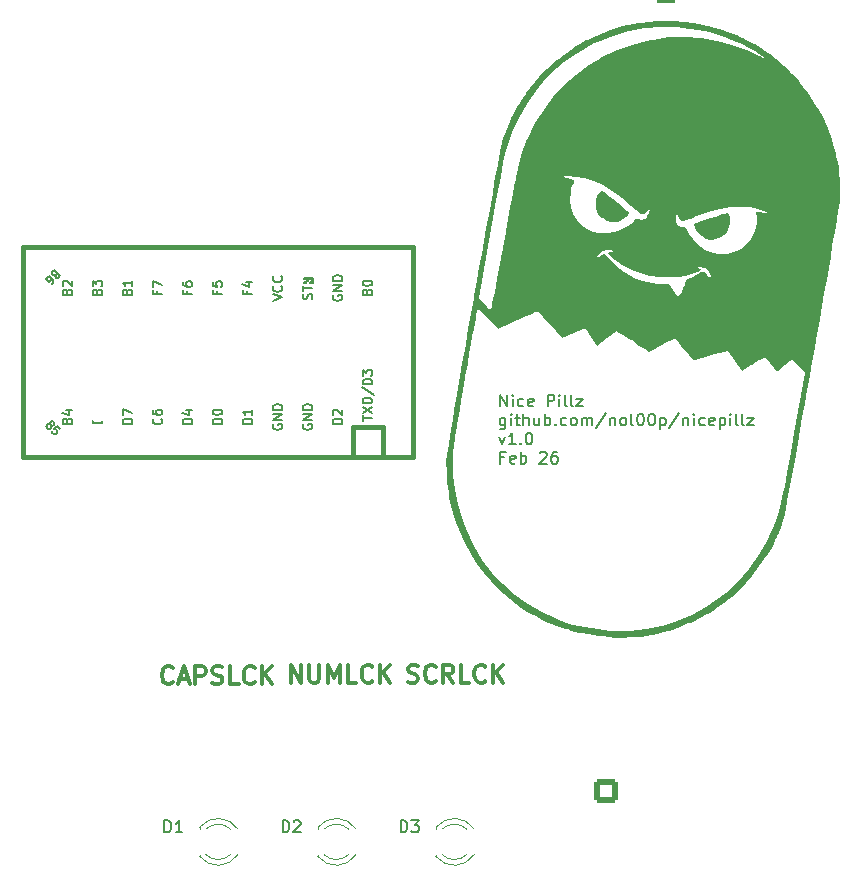
<source format=gto>
G04 #@! TF.GenerationSoftware,KiCad,Pcbnew,9.0.7*
G04 #@! TF.CreationDate,2026-02-20T16:37:27+01:00*
G04 #@! TF.ProjectId,nice_pillz,6e696365-5f70-4696-9c6c-7a2e6b696361,rev?*
G04 #@! TF.SameCoordinates,Original*
G04 #@! TF.FileFunction,Legend,Top*
G04 #@! TF.FilePolarity,Positive*
%FSLAX46Y46*%
G04 Gerber Fmt 4.6, Leading zero omitted, Abs format (unit mm)*
G04 Created by KiCad (PCBNEW 9.0.7) date 2026-02-20 16:37:27*
%MOMM*%
%LPD*%
G01*
G04 APERTURE LIST*
G04 Aperture macros list*
%AMRoundRect*
0 Rectangle with rounded corners*
0 $1 Rounding radius*
0 $2 $3 $4 $5 $6 $7 $8 $9 X,Y pos of 4 corners*
0 Add a 4 corners polygon primitive as box body*
4,1,4,$2,$3,$4,$5,$6,$7,$8,$9,$2,$3,0*
0 Add four circle primitives for the rounded corners*
1,1,$1+$1,$2,$3*
1,1,$1+$1,$4,$5*
1,1,$1+$1,$6,$7*
1,1,$1+$1,$8,$9*
0 Add four rect primitives between the rounded corners*
20,1,$1+$1,$2,$3,$4,$5,0*
20,1,$1+$1,$4,$5,$6,$7,0*
20,1,$1+$1,$6,$7,$8,$9,0*
20,1,$1+$1,$8,$9,$2,$3,0*%
G04 Aperture macros list end*
%ADD10C,0.200000*%
%ADD11C,0.300000*%
%ADD12C,0.150000*%
%ADD13C,0.120000*%
%ADD14C,0.000000*%
%ADD15C,0.381000*%
%ADD16C,1.752600*%
%ADD17R,1.752600X1.752600*%
%ADD18C,2.000000*%
%ADD19R,1.800000X1.800000*%
%ADD20C,1.800000*%
%ADD21C,8.600000*%
%ADD22O,2.000000X1.200000*%
%ADD23C,1.511200*%
%ADD24R,1.700000X1.700000*%
%ADD25O,1.700000X1.700000*%
%ADD26C,6.500000*%
%ADD27O,4.750000X2.250000*%
%ADD28R,1.200000X1.500000*%
%ADD29C,1.600000*%
%ADD30C,1.638200*%
%ADD31RoundRect,0.250000X0.750000X0.750000X-0.750000X0.750000X-0.750000X-0.750000X0.750000X-0.750000X0*%
%ADD32R,1.600000X1.600000*%
%ADD33O,1.600000X1.600000*%
G04 APERTURE END LIST*
D10*
X158869673Y-95537303D02*
X158869673Y-94537303D01*
X158869673Y-94537303D02*
X159441101Y-95537303D01*
X159441101Y-95537303D02*
X159441101Y-94537303D01*
X159917292Y-95537303D02*
X159917292Y-94870636D01*
X159917292Y-94537303D02*
X159869673Y-94584922D01*
X159869673Y-94584922D02*
X159917292Y-94632541D01*
X159917292Y-94632541D02*
X159964911Y-94584922D01*
X159964911Y-94584922D02*
X159917292Y-94537303D01*
X159917292Y-94537303D02*
X159917292Y-94632541D01*
X160822053Y-95489684D02*
X160726815Y-95537303D01*
X160726815Y-95537303D02*
X160536339Y-95537303D01*
X160536339Y-95537303D02*
X160441101Y-95489684D01*
X160441101Y-95489684D02*
X160393482Y-95442064D01*
X160393482Y-95442064D02*
X160345863Y-95346826D01*
X160345863Y-95346826D02*
X160345863Y-95061112D01*
X160345863Y-95061112D02*
X160393482Y-94965874D01*
X160393482Y-94965874D02*
X160441101Y-94918255D01*
X160441101Y-94918255D02*
X160536339Y-94870636D01*
X160536339Y-94870636D02*
X160726815Y-94870636D01*
X160726815Y-94870636D02*
X160822053Y-94918255D01*
X161631577Y-95489684D02*
X161536339Y-95537303D01*
X161536339Y-95537303D02*
X161345863Y-95537303D01*
X161345863Y-95537303D02*
X161250625Y-95489684D01*
X161250625Y-95489684D02*
X161203006Y-95394445D01*
X161203006Y-95394445D02*
X161203006Y-95013493D01*
X161203006Y-95013493D02*
X161250625Y-94918255D01*
X161250625Y-94918255D02*
X161345863Y-94870636D01*
X161345863Y-94870636D02*
X161536339Y-94870636D01*
X161536339Y-94870636D02*
X161631577Y-94918255D01*
X161631577Y-94918255D02*
X161679196Y-95013493D01*
X161679196Y-95013493D02*
X161679196Y-95108731D01*
X161679196Y-95108731D02*
X161203006Y-95203969D01*
X162869673Y-95537303D02*
X162869673Y-94537303D01*
X162869673Y-94537303D02*
X163250625Y-94537303D01*
X163250625Y-94537303D02*
X163345863Y-94584922D01*
X163345863Y-94584922D02*
X163393482Y-94632541D01*
X163393482Y-94632541D02*
X163441101Y-94727779D01*
X163441101Y-94727779D02*
X163441101Y-94870636D01*
X163441101Y-94870636D02*
X163393482Y-94965874D01*
X163393482Y-94965874D02*
X163345863Y-95013493D01*
X163345863Y-95013493D02*
X163250625Y-95061112D01*
X163250625Y-95061112D02*
X162869673Y-95061112D01*
X163869673Y-95537303D02*
X163869673Y-94870636D01*
X163869673Y-94537303D02*
X163822054Y-94584922D01*
X163822054Y-94584922D02*
X163869673Y-94632541D01*
X163869673Y-94632541D02*
X163917292Y-94584922D01*
X163917292Y-94584922D02*
X163869673Y-94537303D01*
X163869673Y-94537303D02*
X163869673Y-94632541D01*
X164488720Y-95537303D02*
X164393482Y-95489684D01*
X164393482Y-95489684D02*
X164345863Y-95394445D01*
X164345863Y-95394445D02*
X164345863Y-94537303D01*
X165012530Y-95537303D02*
X164917292Y-95489684D01*
X164917292Y-95489684D02*
X164869673Y-95394445D01*
X164869673Y-95394445D02*
X164869673Y-94537303D01*
X165298245Y-94870636D02*
X165822054Y-94870636D01*
X165822054Y-94870636D02*
X165298245Y-95537303D01*
X165298245Y-95537303D02*
X165822054Y-95537303D01*
X159298244Y-96480580D02*
X159298244Y-97290104D01*
X159298244Y-97290104D02*
X159250625Y-97385342D01*
X159250625Y-97385342D02*
X159203006Y-97432961D01*
X159203006Y-97432961D02*
X159107768Y-97480580D01*
X159107768Y-97480580D02*
X158964911Y-97480580D01*
X158964911Y-97480580D02*
X158869673Y-97432961D01*
X159298244Y-97099628D02*
X159203006Y-97147247D01*
X159203006Y-97147247D02*
X159012530Y-97147247D01*
X159012530Y-97147247D02*
X158917292Y-97099628D01*
X158917292Y-97099628D02*
X158869673Y-97052008D01*
X158869673Y-97052008D02*
X158822054Y-96956770D01*
X158822054Y-96956770D02*
X158822054Y-96671056D01*
X158822054Y-96671056D02*
X158869673Y-96575818D01*
X158869673Y-96575818D02*
X158917292Y-96528199D01*
X158917292Y-96528199D02*
X159012530Y-96480580D01*
X159012530Y-96480580D02*
X159203006Y-96480580D01*
X159203006Y-96480580D02*
X159298244Y-96528199D01*
X159774435Y-97147247D02*
X159774435Y-96480580D01*
X159774435Y-96147247D02*
X159726816Y-96194866D01*
X159726816Y-96194866D02*
X159774435Y-96242485D01*
X159774435Y-96242485D02*
X159822054Y-96194866D01*
X159822054Y-96194866D02*
X159774435Y-96147247D01*
X159774435Y-96147247D02*
X159774435Y-96242485D01*
X160107768Y-96480580D02*
X160488720Y-96480580D01*
X160250625Y-96147247D02*
X160250625Y-97004389D01*
X160250625Y-97004389D02*
X160298244Y-97099628D01*
X160298244Y-97099628D02*
X160393482Y-97147247D01*
X160393482Y-97147247D02*
X160488720Y-97147247D01*
X160822054Y-97147247D02*
X160822054Y-96147247D01*
X161250625Y-97147247D02*
X161250625Y-96623437D01*
X161250625Y-96623437D02*
X161203006Y-96528199D01*
X161203006Y-96528199D02*
X161107768Y-96480580D01*
X161107768Y-96480580D02*
X160964911Y-96480580D01*
X160964911Y-96480580D02*
X160869673Y-96528199D01*
X160869673Y-96528199D02*
X160822054Y-96575818D01*
X162155387Y-96480580D02*
X162155387Y-97147247D01*
X161726816Y-96480580D02*
X161726816Y-97004389D01*
X161726816Y-97004389D02*
X161774435Y-97099628D01*
X161774435Y-97099628D02*
X161869673Y-97147247D01*
X161869673Y-97147247D02*
X162012530Y-97147247D01*
X162012530Y-97147247D02*
X162107768Y-97099628D01*
X162107768Y-97099628D02*
X162155387Y-97052008D01*
X162631578Y-97147247D02*
X162631578Y-96147247D01*
X162631578Y-96528199D02*
X162726816Y-96480580D01*
X162726816Y-96480580D02*
X162917292Y-96480580D01*
X162917292Y-96480580D02*
X163012530Y-96528199D01*
X163012530Y-96528199D02*
X163060149Y-96575818D01*
X163060149Y-96575818D02*
X163107768Y-96671056D01*
X163107768Y-96671056D02*
X163107768Y-96956770D01*
X163107768Y-96956770D02*
X163060149Y-97052008D01*
X163060149Y-97052008D02*
X163012530Y-97099628D01*
X163012530Y-97099628D02*
X162917292Y-97147247D01*
X162917292Y-97147247D02*
X162726816Y-97147247D01*
X162726816Y-97147247D02*
X162631578Y-97099628D01*
X163536340Y-97052008D02*
X163583959Y-97099628D01*
X163583959Y-97099628D02*
X163536340Y-97147247D01*
X163536340Y-97147247D02*
X163488721Y-97099628D01*
X163488721Y-97099628D02*
X163536340Y-97052008D01*
X163536340Y-97052008D02*
X163536340Y-97147247D01*
X164441101Y-97099628D02*
X164345863Y-97147247D01*
X164345863Y-97147247D02*
X164155387Y-97147247D01*
X164155387Y-97147247D02*
X164060149Y-97099628D01*
X164060149Y-97099628D02*
X164012530Y-97052008D01*
X164012530Y-97052008D02*
X163964911Y-96956770D01*
X163964911Y-96956770D02*
X163964911Y-96671056D01*
X163964911Y-96671056D02*
X164012530Y-96575818D01*
X164012530Y-96575818D02*
X164060149Y-96528199D01*
X164060149Y-96528199D02*
X164155387Y-96480580D01*
X164155387Y-96480580D02*
X164345863Y-96480580D01*
X164345863Y-96480580D02*
X164441101Y-96528199D01*
X165012530Y-97147247D02*
X164917292Y-97099628D01*
X164917292Y-97099628D02*
X164869673Y-97052008D01*
X164869673Y-97052008D02*
X164822054Y-96956770D01*
X164822054Y-96956770D02*
X164822054Y-96671056D01*
X164822054Y-96671056D02*
X164869673Y-96575818D01*
X164869673Y-96575818D02*
X164917292Y-96528199D01*
X164917292Y-96528199D02*
X165012530Y-96480580D01*
X165012530Y-96480580D02*
X165155387Y-96480580D01*
X165155387Y-96480580D02*
X165250625Y-96528199D01*
X165250625Y-96528199D02*
X165298244Y-96575818D01*
X165298244Y-96575818D02*
X165345863Y-96671056D01*
X165345863Y-96671056D02*
X165345863Y-96956770D01*
X165345863Y-96956770D02*
X165298244Y-97052008D01*
X165298244Y-97052008D02*
X165250625Y-97099628D01*
X165250625Y-97099628D02*
X165155387Y-97147247D01*
X165155387Y-97147247D02*
X165012530Y-97147247D01*
X165774435Y-97147247D02*
X165774435Y-96480580D01*
X165774435Y-96575818D02*
X165822054Y-96528199D01*
X165822054Y-96528199D02*
X165917292Y-96480580D01*
X165917292Y-96480580D02*
X166060149Y-96480580D01*
X166060149Y-96480580D02*
X166155387Y-96528199D01*
X166155387Y-96528199D02*
X166203006Y-96623437D01*
X166203006Y-96623437D02*
X166203006Y-97147247D01*
X166203006Y-96623437D02*
X166250625Y-96528199D01*
X166250625Y-96528199D02*
X166345863Y-96480580D01*
X166345863Y-96480580D02*
X166488720Y-96480580D01*
X166488720Y-96480580D02*
X166583959Y-96528199D01*
X166583959Y-96528199D02*
X166631578Y-96623437D01*
X166631578Y-96623437D02*
X166631578Y-97147247D01*
X167822053Y-96099628D02*
X166964911Y-97385342D01*
X168155387Y-96480580D02*
X168155387Y-97147247D01*
X168155387Y-96575818D02*
X168203006Y-96528199D01*
X168203006Y-96528199D02*
X168298244Y-96480580D01*
X168298244Y-96480580D02*
X168441101Y-96480580D01*
X168441101Y-96480580D02*
X168536339Y-96528199D01*
X168536339Y-96528199D02*
X168583958Y-96623437D01*
X168583958Y-96623437D02*
X168583958Y-97147247D01*
X169203006Y-97147247D02*
X169107768Y-97099628D01*
X169107768Y-97099628D02*
X169060149Y-97052008D01*
X169060149Y-97052008D02*
X169012530Y-96956770D01*
X169012530Y-96956770D02*
X169012530Y-96671056D01*
X169012530Y-96671056D02*
X169060149Y-96575818D01*
X169060149Y-96575818D02*
X169107768Y-96528199D01*
X169107768Y-96528199D02*
X169203006Y-96480580D01*
X169203006Y-96480580D02*
X169345863Y-96480580D01*
X169345863Y-96480580D02*
X169441101Y-96528199D01*
X169441101Y-96528199D02*
X169488720Y-96575818D01*
X169488720Y-96575818D02*
X169536339Y-96671056D01*
X169536339Y-96671056D02*
X169536339Y-96956770D01*
X169536339Y-96956770D02*
X169488720Y-97052008D01*
X169488720Y-97052008D02*
X169441101Y-97099628D01*
X169441101Y-97099628D02*
X169345863Y-97147247D01*
X169345863Y-97147247D02*
X169203006Y-97147247D01*
X170107768Y-97147247D02*
X170012530Y-97099628D01*
X170012530Y-97099628D02*
X169964911Y-97004389D01*
X169964911Y-97004389D02*
X169964911Y-96147247D01*
X170679197Y-96147247D02*
X170774435Y-96147247D01*
X170774435Y-96147247D02*
X170869673Y-96194866D01*
X170869673Y-96194866D02*
X170917292Y-96242485D01*
X170917292Y-96242485D02*
X170964911Y-96337723D01*
X170964911Y-96337723D02*
X171012530Y-96528199D01*
X171012530Y-96528199D02*
X171012530Y-96766294D01*
X171012530Y-96766294D02*
X170964911Y-96956770D01*
X170964911Y-96956770D02*
X170917292Y-97052008D01*
X170917292Y-97052008D02*
X170869673Y-97099628D01*
X170869673Y-97099628D02*
X170774435Y-97147247D01*
X170774435Y-97147247D02*
X170679197Y-97147247D01*
X170679197Y-97147247D02*
X170583959Y-97099628D01*
X170583959Y-97099628D02*
X170536340Y-97052008D01*
X170536340Y-97052008D02*
X170488721Y-96956770D01*
X170488721Y-96956770D02*
X170441102Y-96766294D01*
X170441102Y-96766294D02*
X170441102Y-96528199D01*
X170441102Y-96528199D02*
X170488721Y-96337723D01*
X170488721Y-96337723D02*
X170536340Y-96242485D01*
X170536340Y-96242485D02*
X170583959Y-96194866D01*
X170583959Y-96194866D02*
X170679197Y-96147247D01*
X171631578Y-96147247D02*
X171726816Y-96147247D01*
X171726816Y-96147247D02*
X171822054Y-96194866D01*
X171822054Y-96194866D02*
X171869673Y-96242485D01*
X171869673Y-96242485D02*
X171917292Y-96337723D01*
X171917292Y-96337723D02*
X171964911Y-96528199D01*
X171964911Y-96528199D02*
X171964911Y-96766294D01*
X171964911Y-96766294D02*
X171917292Y-96956770D01*
X171917292Y-96956770D02*
X171869673Y-97052008D01*
X171869673Y-97052008D02*
X171822054Y-97099628D01*
X171822054Y-97099628D02*
X171726816Y-97147247D01*
X171726816Y-97147247D02*
X171631578Y-97147247D01*
X171631578Y-97147247D02*
X171536340Y-97099628D01*
X171536340Y-97099628D02*
X171488721Y-97052008D01*
X171488721Y-97052008D02*
X171441102Y-96956770D01*
X171441102Y-96956770D02*
X171393483Y-96766294D01*
X171393483Y-96766294D02*
X171393483Y-96528199D01*
X171393483Y-96528199D02*
X171441102Y-96337723D01*
X171441102Y-96337723D02*
X171488721Y-96242485D01*
X171488721Y-96242485D02*
X171536340Y-96194866D01*
X171536340Y-96194866D02*
X171631578Y-96147247D01*
X172393483Y-96480580D02*
X172393483Y-97480580D01*
X172393483Y-96528199D02*
X172488721Y-96480580D01*
X172488721Y-96480580D02*
X172679197Y-96480580D01*
X172679197Y-96480580D02*
X172774435Y-96528199D01*
X172774435Y-96528199D02*
X172822054Y-96575818D01*
X172822054Y-96575818D02*
X172869673Y-96671056D01*
X172869673Y-96671056D02*
X172869673Y-96956770D01*
X172869673Y-96956770D02*
X172822054Y-97052008D01*
X172822054Y-97052008D02*
X172774435Y-97099628D01*
X172774435Y-97099628D02*
X172679197Y-97147247D01*
X172679197Y-97147247D02*
X172488721Y-97147247D01*
X172488721Y-97147247D02*
X172393483Y-97099628D01*
X174012530Y-96099628D02*
X173155388Y-97385342D01*
X174345864Y-96480580D02*
X174345864Y-97147247D01*
X174345864Y-96575818D02*
X174393483Y-96528199D01*
X174393483Y-96528199D02*
X174488721Y-96480580D01*
X174488721Y-96480580D02*
X174631578Y-96480580D01*
X174631578Y-96480580D02*
X174726816Y-96528199D01*
X174726816Y-96528199D02*
X174774435Y-96623437D01*
X174774435Y-96623437D02*
X174774435Y-97147247D01*
X175250626Y-97147247D02*
X175250626Y-96480580D01*
X175250626Y-96147247D02*
X175203007Y-96194866D01*
X175203007Y-96194866D02*
X175250626Y-96242485D01*
X175250626Y-96242485D02*
X175298245Y-96194866D01*
X175298245Y-96194866D02*
X175250626Y-96147247D01*
X175250626Y-96147247D02*
X175250626Y-96242485D01*
X176155387Y-97099628D02*
X176060149Y-97147247D01*
X176060149Y-97147247D02*
X175869673Y-97147247D01*
X175869673Y-97147247D02*
X175774435Y-97099628D01*
X175774435Y-97099628D02*
X175726816Y-97052008D01*
X175726816Y-97052008D02*
X175679197Y-96956770D01*
X175679197Y-96956770D02*
X175679197Y-96671056D01*
X175679197Y-96671056D02*
X175726816Y-96575818D01*
X175726816Y-96575818D02*
X175774435Y-96528199D01*
X175774435Y-96528199D02*
X175869673Y-96480580D01*
X175869673Y-96480580D02*
X176060149Y-96480580D01*
X176060149Y-96480580D02*
X176155387Y-96528199D01*
X176964911Y-97099628D02*
X176869673Y-97147247D01*
X176869673Y-97147247D02*
X176679197Y-97147247D01*
X176679197Y-97147247D02*
X176583959Y-97099628D01*
X176583959Y-97099628D02*
X176536340Y-97004389D01*
X176536340Y-97004389D02*
X176536340Y-96623437D01*
X176536340Y-96623437D02*
X176583959Y-96528199D01*
X176583959Y-96528199D02*
X176679197Y-96480580D01*
X176679197Y-96480580D02*
X176869673Y-96480580D01*
X176869673Y-96480580D02*
X176964911Y-96528199D01*
X176964911Y-96528199D02*
X177012530Y-96623437D01*
X177012530Y-96623437D02*
X177012530Y-96718675D01*
X177012530Y-96718675D02*
X176536340Y-96813913D01*
X177441102Y-96480580D02*
X177441102Y-97480580D01*
X177441102Y-96528199D02*
X177536340Y-96480580D01*
X177536340Y-96480580D02*
X177726816Y-96480580D01*
X177726816Y-96480580D02*
X177822054Y-96528199D01*
X177822054Y-96528199D02*
X177869673Y-96575818D01*
X177869673Y-96575818D02*
X177917292Y-96671056D01*
X177917292Y-96671056D02*
X177917292Y-96956770D01*
X177917292Y-96956770D02*
X177869673Y-97052008D01*
X177869673Y-97052008D02*
X177822054Y-97099628D01*
X177822054Y-97099628D02*
X177726816Y-97147247D01*
X177726816Y-97147247D02*
X177536340Y-97147247D01*
X177536340Y-97147247D02*
X177441102Y-97099628D01*
X178345864Y-97147247D02*
X178345864Y-96480580D01*
X178345864Y-96147247D02*
X178298245Y-96194866D01*
X178298245Y-96194866D02*
X178345864Y-96242485D01*
X178345864Y-96242485D02*
X178393483Y-96194866D01*
X178393483Y-96194866D02*
X178345864Y-96147247D01*
X178345864Y-96147247D02*
X178345864Y-96242485D01*
X178964911Y-97147247D02*
X178869673Y-97099628D01*
X178869673Y-97099628D02*
X178822054Y-97004389D01*
X178822054Y-97004389D02*
X178822054Y-96147247D01*
X179488721Y-97147247D02*
X179393483Y-97099628D01*
X179393483Y-97099628D02*
X179345864Y-97004389D01*
X179345864Y-97004389D02*
X179345864Y-96147247D01*
X179774436Y-96480580D02*
X180298245Y-96480580D01*
X180298245Y-96480580D02*
X179774436Y-97147247D01*
X179774436Y-97147247D02*
X180298245Y-97147247D01*
X158774435Y-98090524D02*
X159012530Y-98757191D01*
X159012530Y-98757191D02*
X159250625Y-98090524D01*
X160155387Y-98757191D02*
X159583959Y-98757191D01*
X159869673Y-98757191D02*
X159869673Y-97757191D01*
X159869673Y-97757191D02*
X159774435Y-97900048D01*
X159774435Y-97900048D02*
X159679197Y-97995286D01*
X159679197Y-97995286D02*
X159583959Y-98042905D01*
X160583959Y-98661952D02*
X160631578Y-98709572D01*
X160631578Y-98709572D02*
X160583959Y-98757191D01*
X160583959Y-98757191D02*
X160536340Y-98709572D01*
X160536340Y-98709572D02*
X160583959Y-98661952D01*
X160583959Y-98661952D02*
X160583959Y-98757191D01*
X161250625Y-97757191D02*
X161345863Y-97757191D01*
X161345863Y-97757191D02*
X161441101Y-97804810D01*
X161441101Y-97804810D02*
X161488720Y-97852429D01*
X161488720Y-97852429D02*
X161536339Y-97947667D01*
X161536339Y-97947667D02*
X161583958Y-98138143D01*
X161583958Y-98138143D02*
X161583958Y-98376238D01*
X161583958Y-98376238D02*
X161536339Y-98566714D01*
X161536339Y-98566714D02*
X161488720Y-98661952D01*
X161488720Y-98661952D02*
X161441101Y-98709572D01*
X161441101Y-98709572D02*
X161345863Y-98757191D01*
X161345863Y-98757191D02*
X161250625Y-98757191D01*
X161250625Y-98757191D02*
X161155387Y-98709572D01*
X161155387Y-98709572D02*
X161107768Y-98661952D01*
X161107768Y-98661952D02*
X161060149Y-98566714D01*
X161060149Y-98566714D02*
X161012530Y-98376238D01*
X161012530Y-98376238D02*
X161012530Y-98138143D01*
X161012530Y-98138143D02*
X161060149Y-97947667D01*
X161060149Y-97947667D02*
X161107768Y-97852429D01*
X161107768Y-97852429D02*
X161155387Y-97804810D01*
X161155387Y-97804810D02*
X161250625Y-97757191D01*
X159203006Y-99843325D02*
X158869673Y-99843325D01*
X158869673Y-100367135D02*
X158869673Y-99367135D01*
X158869673Y-99367135D02*
X159345863Y-99367135D01*
X160107768Y-100319516D02*
X160012530Y-100367135D01*
X160012530Y-100367135D02*
X159822054Y-100367135D01*
X159822054Y-100367135D02*
X159726816Y-100319516D01*
X159726816Y-100319516D02*
X159679197Y-100224277D01*
X159679197Y-100224277D02*
X159679197Y-99843325D01*
X159679197Y-99843325D02*
X159726816Y-99748087D01*
X159726816Y-99748087D02*
X159822054Y-99700468D01*
X159822054Y-99700468D02*
X160012530Y-99700468D01*
X160012530Y-99700468D02*
X160107768Y-99748087D01*
X160107768Y-99748087D02*
X160155387Y-99843325D01*
X160155387Y-99843325D02*
X160155387Y-99938563D01*
X160155387Y-99938563D02*
X159679197Y-100033801D01*
X160583959Y-100367135D02*
X160583959Y-99367135D01*
X160583959Y-99748087D02*
X160679197Y-99700468D01*
X160679197Y-99700468D02*
X160869673Y-99700468D01*
X160869673Y-99700468D02*
X160964911Y-99748087D01*
X160964911Y-99748087D02*
X161012530Y-99795706D01*
X161012530Y-99795706D02*
X161060149Y-99890944D01*
X161060149Y-99890944D02*
X161060149Y-100176658D01*
X161060149Y-100176658D02*
X161012530Y-100271896D01*
X161012530Y-100271896D02*
X160964911Y-100319516D01*
X160964911Y-100319516D02*
X160869673Y-100367135D01*
X160869673Y-100367135D02*
X160679197Y-100367135D01*
X160679197Y-100367135D02*
X160583959Y-100319516D01*
X162203007Y-99462373D02*
X162250626Y-99414754D01*
X162250626Y-99414754D02*
X162345864Y-99367135D01*
X162345864Y-99367135D02*
X162583959Y-99367135D01*
X162583959Y-99367135D02*
X162679197Y-99414754D01*
X162679197Y-99414754D02*
X162726816Y-99462373D01*
X162726816Y-99462373D02*
X162774435Y-99557611D01*
X162774435Y-99557611D02*
X162774435Y-99652849D01*
X162774435Y-99652849D02*
X162726816Y-99795706D01*
X162726816Y-99795706D02*
X162155388Y-100367135D01*
X162155388Y-100367135D02*
X162774435Y-100367135D01*
X163631578Y-99367135D02*
X163441102Y-99367135D01*
X163441102Y-99367135D02*
X163345864Y-99414754D01*
X163345864Y-99414754D02*
X163298245Y-99462373D01*
X163298245Y-99462373D02*
X163203007Y-99605230D01*
X163203007Y-99605230D02*
X163155388Y-99795706D01*
X163155388Y-99795706D02*
X163155388Y-100176658D01*
X163155388Y-100176658D02*
X163203007Y-100271896D01*
X163203007Y-100271896D02*
X163250626Y-100319516D01*
X163250626Y-100319516D02*
X163345864Y-100367135D01*
X163345864Y-100367135D02*
X163536340Y-100367135D01*
X163536340Y-100367135D02*
X163631578Y-100319516D01*
X163631578Y-100319516D02*
X163679197Y-100271896D01*
X163679197Y-100271896D02*
X163726816Y-100176658D01*
X163726816Y-100176658D02*
X163726816Y-99938563D01*
X163726816Y-99938563D02*
X163679197Y-99843325D01*
X163679197Y-99843325D02*
X163631578Y-99795706D01*
X163631578Y-99795706D02*
X163536340Y-99748087D01*
X163536340Y-99748087D02*
X163345864Y-99748087D01*
X163345864Y-99748087D02*
X163250626Y-99795706D01*
X163250626Y-99795706D02*
X163203007Y-99843325D01*
X163203007Y-99843325D02*
X163155388Y-99938563D01*
D11*
X131124000Y-118899471D02*
X131052572Y-118970900D01*
X131052572Y-118970900D02*
X130838286Y-119042328D01*
X130838286Y-119042328D02*
X130695429Y-119042328D01*
X130695429Y-119042328D02*
X130481143Y-118970900D01*
X130481143Y-118970900D02*
X130338286Y-118828042D01*
X130338286Y-118828042D02*
X130266857Y-118685185D01*
X130266857Y-118685185D02*
X130195429Y-118399471D01*
X130195429Y-118399471D02*
X130195429Y-118185185D01*
X130195429Y-118185185D02*
X130266857Y-117899471D01*
X130266857Y-117899471D02*
X130338286Y-117756614D01*
X130338286Y-117756614D02*
X130481143Y-117613757D01*
X130481143Y-117613757D02*
X130695429Y-117542328D01*
X130695429Y-117542328D02*
X130838286Y-117542328D01*
X130838286Y-117542328D02*
X131052572Y-117613757D01*
X131052572Y-117613757D02*
X131124000Y-117685185D01*
X131695429Y-118613757D02*
X132409715Y-118613757D01*
X131552572Y-119042328D02*
X132052572Y-117542328D01*
X132052572Y-117542328D02*
X132552572Y-119042328D01*
X133052571Y-119042328D02*
X133052571Y-117542328D01*
X133052571Y-117542328D02*
X133624000Y-117542328D01*
X133624000Y-117542328D02*
X133766857Y-117613757D01*
X133766857Y-117613757D02*
X133838286Y-117685185D01*
X133838286Y-117685185D02*
X133909714Y-117828042D01*
X133909714Y-117828042D02*
X133909714Y-118042328D01*
X133909714Y-118042328D02*
X133838286Y-118185185D01*
X133838286Y-118185185D02*
X133766857Y-118256614D01*
X133766857Y-118256614D02*
X133624000Y-118328042D01*
X133624000Y-118328042D02*
X133052571Y-118328042D01*
X134481143Y-118970900D02*
X134695429Y-119042328D01*
X134695429Y-119042328D02*
X135052571Y-119042328D01*
X135052571Y-119042328D02*
X135195429Y-118970900D01*
X135195429Y-118970900D02*
X135266857Y-118899471D01*
X135266857Y-118899471D02*
X135338286Y-118756614D01*
X135338286Y-118756614D02*
X135338286Y-118613757D01*
X135338286Y-118613757D02*
X135266857Y-118470900D01*
X135266857Y-118470900D02*
X135195429Y-118399471D01*
X135195429Y-118399471D02*
X135052571Y-118328042D01*
X135052571Y-118328042D02*
X134766857Y-118256614D01*
X134766857Y-118256614D02*
X134624000Y-118185185D01*
X134624000Y-118185185D02*
X134552571Y-118113757D01*
X134552571Y-118113757D02*
X134481143Y-117970900D01*
X134481143Y-117970900D02*
X134481143Y-117828042D01*
X134481143Y-117828042D02*
X134552571Y-117685185D01*
X134552571Y-117685185D02*
X134624000Y-117613757D01*
X134624000Y-117613757D02*
X134766857Y-117542328D01*
X134766857Y-117542328D02*
X135124000Y-117542328D01*
X135124000Y-117542328D02*
X135338286Y-117613757D01*
X136695428Y-119042328D02*
X135981142Y-119042328D01*
X135981142Y-119042328D02*
X135981142Y-117542328D01*
X138052571Y-118899471D02*
X137981143Y-118970900D01*
X137981143Y-118970900D02*
X137766857Y-119042328D01*
X137766857Y-119042328D02*
X137624000Y-119042328D01*
X137624000Y-119042328D02*
X137409714Y-118970900D01*
X137409714Y-118970900D02*
X137266857Y-118828042D01*
X137266857Y-118828042D02*
X137195428Y-118685185D01*
X137195428Y-118685185D02*
X137124000Y-118399471D01*
X137124000Y-118399471D02*
X137124000Y-118185185D01*
X137124000Y-118185185D02*
X137195428Y-117899471D01*
X137195428Y-117899471D02*
X137266857Y-117756614D01*
X137266857Y-117756614D02*
X137409714Y-117613757D01*
X137409714Y-117613757D02*
X137624000Y-117542328D01*
X137624000Y-117542328D02*
X137766857Y-117542328D01*
X137766857Y-117542328D02*
X137981143Y-117613757D01*
X137981143Y-117613757D02*
X138052571Y-117685185D01*
X138695428Y-119042328D02*
X138695428Y-117542328D01*
X139552571Y-119042328D02*
X138909714Y-118185185D01*
X139552571Y-117542328D02*
X138695428Y-118399471D01*
X151031286Y-118843900D02*
X151245572Y-118915328D01*
X151245572Y-118915328D02*
X151602714Y-118915328D01*
X151602714Y-118915328D02*
X151745572Y-118843900D01*
X151745572Y-118843900D02*
X151817000Y-118772471D01*
X151817000Y-118772471D02*
X151888429Y-118629614D01*
X151888429Y-118629614D02*
X151888429Y-118486757D01*
X151888429Y-118486757D02*
X151817000Y-118343900D01*
X151817000Y-118343900D02*
X151745572Y-118272471D01*
X151745572Y-118272471D02*
X151602714Y-118201042D01*
X151602714Y-118201042D02*
X151317000Y-118129614D01*
X151317000Y-118129614D02*
X151174143Y-118058185D01*
X151174143Y-118058185D02*
X151102714Y-117986757D01*
X151102714Y-117986757D02*
X151031286Y-117843900D01*
X151031286Y-117843900D02*
X151031286Y-117701042D01*
X151031286Y-117701042D02*
X151102714Y-117558185D01*
X151102714Y-117558185D02*
X151174143Y-117486757D01*
X151174143Y-117486757D02*
X151317000Y-117415328D01*
X151317000Y-117415328D02*
X151674143Y-117415328D01*
X151674143Y-117415328D02*
X151888429Y-117486757D01*
X153388428Y-118772471D02*
X153317000Y-118843900D01*
X153317000Y-118843900D02*
X153102714Y-118915328D01*
X153102714Y-118915328D02*
X152959857Y-118915328D01*
X152959857Y-118915328D02*
X152745571Y-118843900D01*
X152745571Y-118843900D02*
X152602714Y-118701042D01*
X152602714Y-118701042D02*
X152531285Y-118558185D01*
X152531285Y-118558185D02*
X152459857Y-118272471D01*
X152459857Y-118272471D02*
X152459857Y-118058185D01*
X152459857Y-118058185D02*
X152531285Y-117772471D01*
X152531285Y-117772471D02*
X152602714Y-117629614D01*
X152602714Y-117629614D02*
X152745571Y-117486757D01*
X152745571Y-117486757D02*
X152959857Y-117415328D01*
X152959857Y-117415328D02*
X153102714Y-117415328D01*
X153102714Y-117415328D02*
X153317000Y-117486757D01*
X153317000Y-117486757D02*
X153388428Y-117558185D01*
X154888428Y-118915328D02*
X154388428Y-118201042D01*
X154031285Y-118915328D02*
X154031285Y-117415328D01*
X154031285Y-117415328D02*
X154602714Y-117415328D01*
X154602714Y-117415328D02*
X154745571Y-117486757D01*
X154745571Y-117486757D02*
X154817000Y-117558185D01*
X154817000Y-117558185D02*
X154888428Y-117701042D01*
X154888428Y-117701042D02*
X154888428Y-117915328D01*
X154888428Y-117915328D02*
X154817000Y-118058185D01*
X154817000Y-118058185D02*
X154745571Y-118129614D01*
X154745571Y-118129614D02*
X154602714Y-118201042D01*
X154602714Y-118201042D02*
X154031285Y-118201042D01*
X156245571Y-118915328D02*
X155531285Y-118915328D01*
X155531285Y-118915328D02*
X155531285Y-117415328D01*
X157602714Y-118772471D02*
X157531286Y-118843900D01*
X157531286Y-118843900D02*
X157317000Y-118915328D01*
X157317000Y-118915328D02*
X157174143Y-118915328D01*
X157174143Y-118915328D02*
X156959857Y-118843900D01*
X156959857Y-118843900D02*
X156817000Y-118701042D01*
X156817000Y-118701042D02*
X156745571Y-118558185D01*
X156745571Y-118558185D02*
X156674143Y-118272471D01*
X156674143Y-118272471D02*
X156674143Y-118058185D01*
X156674143Y-118058185D02*
X156745571Y-117772471D01*
X156745571Y-117772471D02*
X156817000Y-117629614D01*
X156817000Y-117629614D02*
X156959857Y-117486757D01*
X156959857Y-117486757D02*
X157174143Y-117415328D01*
X157174143Y-117415328D02*
X157317000Y-117415328D01*
X157317000Y-117415328D02*
X157531286Y-117486757D01*
X157531286Y-117486757D02*
X157602714Y-117558185D01*
X158245571Y-118915328D02*
X158245571Y-117415328D01*
X159102714Y-118915328D02*
X158459857Y-118058185D01*
X159102714Y-117415328D02*
X158245571Y-118272471D01*
X141109427Y-118915328D02*
X141109427Y-117415328D01*
X141109427Y-117415328D02*
X141966570Y-118915328D01*
X141966570Y-118915328D02*
X141966570Y-117415328D01*
X142680856Y-117415328D02*
X142680856Y-118629614D01*
X142680856Y-118629614D02*
X142752285Y-118772471D01*
X142752285Y-118772471D02*
X142823714Y-118843900D01*
X142823714Y-118843900D02*
X142966571Y-118915328D01*
X142966571Y-118915328D02*
X143252285Y-118915328D01*
X143252285Y-118915328D02*
X143395142Y-118843900D01*
X143395142Y-118843900D02*
X143466571Y-118772471D01*
X143466571Y-118772471D02*
X143537999Y-118629614D01*
X143537999Y-118629614D02*
X143537999Y-117415328D01*
X144252285Y-118915328D02*
X144252285Y-117415328D01*
X144252285Y-117415328D02*
X144752285Y-118486757D01*
X144752285Y-118486757D02*
X145252285Y-117415328D01*
X145252285Y-117415328D02*
X145252285Y-118915328D01*
X146680857Y-118915328D02*
X145966571Y-118915328D01*
X145966571Y-118915328D02*
X145966571Y-117415328D01*
X148038000Y-118772471D02*
X147966572Y-118843900D01*
X147966572Y-118843900D02*
X147752286Y-118915328D01*
X147752286Y-118915328D02*
X147609429Y-118915328D01*
X147609429Y-118915328D02*
X147395143Y-118843900D01*
X147395143Y-118843900D02*
X147252286Y-118701042D01*
X147252286Y-118701042D02*
X147180857Y-118558185D01*
X147180857Y-118558185D02*
X147109429Y-118272471D01*
X147109429Y-118272471D02*
X147109429Y-118058185D01*
X147109429Y-118058185D02*
X147180857Y-117772471D01*
X147180857Y-117772471D02*
X147252286Y-117629614D01*
X147252286Y-117629614D02*
X147395143Y-117486757D01*
X147395143Y-117486757D02*
X147609429Y-117415328D01*
X147609429Y-117415328D02*
X147752286Y-117415328D01*
X147752286Y-117415328D02*
X147966572Y-117486757D01*
X147966572Y-117486757D02*
X148038000Y-117558185D01*
X148680857Y-118915328D02*
X148680857Y-117415328D01*
X149538000Y-118915328D02*
X148895143Y-118058185D01*
X149538000Y-117415328D02*
X148680857Y-118272471D01*
D12*
X130421905Y-131584819D02*
X130421905Y-130584819D01*
X130421905Y-130584819D02*
X130660000Y-130584819D01*
X130660000Y-130584819D02*
X130802857Y-130632438D01*
X130802857Y-130632438D02*
X130898095Y-130727676D01*
X130898095Y-130727676D02*
X130945714Y-130822914D01*
X130945714Y-130822914D02*
X130993333Y-131013390D01*
X130993333Y-131013390D02*
X130993333Y-131156247D01*
X130993333Y-131156247D02*
X130945714Y-131346723D01*
X130945714Y-131346723D02*
X130898095Y-131441961D01*
X130898095Y-131441961D02*
X130802857Y-131537200D01*
X130802857Y-131537200D02*
X130660000Y-131584819D01*
X130660000Y-131584819D02*
X130421905Y-131584819D01*
X131945714Y-131584819D02*
X131374286Y-131584819D01*
X131660000Y-131584819D02*
X131660000Y-130584819D01*
X131660000Y-130584819D02*
X131564762Y-130727676D01*
X131564762Y-130727676D02*
X131469524Y-130822914D01*
X131469524Y-130822914D02*
X131374286Y-130870533D01*
X140421905Y-131584819D02*
X140421905Y-130584819D01*
X140421905Y-130584819D02*
X140660000Y-130584819D01*
X140660000Y-130584819D02*
X140802857Y-130632438D01*
X140802857Y-130632438D02*
X140898095Y-130727676D01*
X140898095Y-130727676D02*
X140945714Y-130822914D01*
X140945714Y-130822914D02*
X140993333Y-131013390D01*
X140993333Y-131013390D02*
X140993333Y-131156247D01*
X140993333Y-131156247D02*
X140945714Y-131346723D01*
X140945714Y-131346723D02*
X140898095Y-131441961D01*
X140898095Y-131441961D02*
X140802857Y-131537200D01*
X140802857Y-131537200D02*
X140660000Y-131584819D01*
X140660000Y-131584819D02*
X140421905Y-131584819D01*
X141374286Y-130680057D02*
X141421905Y-130632438D01*
X141421905Y-130632438D02*
X141517143Y-130584819D01*
X141517143Y-130584819D02*
X141755238Y-130584819D01*
X141755238Y-130584819D02*
X141850476Y-130632438D01*
X141850476Y-130632438D02*
X141898095Y-130680057D01*
X141898095Y-130680057D02*
X141945714Y-130775295D01*
X141945714Y-130775295D02*
X141945714Y-130870533D01*
X141945714Y-130870533D02*
X141898095Y-131013390D01*
X141898095Y-131013390D02*
X141326667Y-131584819D01*
X141326667Y-131584819D02*
X141945714Y-131584819D01*
X150421905Y-131584819D02*
X150421905Y-130584819D01*
X150421905Y-130584819D02*
X150660000Y-130584819D01*
X150660000Y-130584819D02*
X150802857Y-130632438D01*
X150802857Y-130632438D02*
X150898095Y-130727676D01*
X150898095Y-130727676D02*
X150945714Y-130822914D01*
X150945714Y-130822914D02*
X150993333Y-131013390D01*
X150993333Y-131013390D02*
X150993333Y-131156247D01*
X150993333Y-131156247D02*
X150945714Y-131346723D01*
X150945714Y-131346723D02*
X150898095Y-131441961D01*
X150898095Y-131441961D02*
X150802857Y-131537200D01*
X150802857Y-131537200D02*
X150660000Y-131584819D01*
X150660000Y-131584819D02*
X150421905Y-131584819D01*
X151326667Y-130584819D02*
X151945714Y-130584819D01*
X151945714Y-130584819D02*
X151612381Y-130965771D01*
X151612381Y-130965771D02*
X151755238Y-130965771D01*
X151755238Y-130965771D02*
X151850476Y-131013390D01*
X151850476Y-131013390D02*
X151898095Y-131061009D01*
X151898095Y-131061009D02*
X151945714Y-131156247D01*
X151945714Y-131156247D02*
X151945714Y-131394342D01*
X151945714Y-131394342D02*
X151898095Y-131489580D01*
X151898095Y-131489580D02*
X151850476Y-131537200D01*
X151850476Y-131537200D02*
X151755238Y-131584819D01*
X151755238Y-131584819D02*
X151469524Y-131584819D01*
X151469524Y-131584819D02*
X151374286Y-131537200D01*
X151374286Y-131537200D02*
X151326667Y-131489580D01*
D11*
X169737465Y-87889851D02*
X169609182Y-87794701D01*
X169609182Y-87794701D02*
X169398152Y-87757490D01*
X169398152Y-87757490D02*
X169174718Y-87790623D01*
X169174718Y-87790623D02*
X169009224Y-87906503D01*
X169009224Y-87906503D02*
X168914074Y-88034787D01*
X168914074Y-88034787D02*
X168794117Y-88303757D01*
X168794117Y-88303757D02*
X168756907Y-88514787D01*
X168756907Y-88514787D02*
X168777636Y-88808564D01*
X168777636Y-88808564D02*
X168823173Y-88961655D01*
X168823173Y-88961655D02*
X168939053Y-89127148D01*
X168939053Y-89127148D02*
X169137680Y-89234702D01*
X169137680Y-89234702D02*
X169278366Y-89259509D01*
X169278366Y-89259509D02*
X169501800Y-89226376D01*
X169501800Y-89226376D02*
X169584547Y-89168436D01*
X169584547Y-89168436D02*
X169671371Y-88676032D01*
X169671371Y-88676032D02*
X169389997Y-88626418D01*
X170664333Y-87980752D02*
X170602316Y-88332469D01*
X170275406Y-88129765D02*
X170602316Y-88332469D01*
X170602316Y-88332469D02*
X170978840Y-88253800D01*
X170341672Y-88576633D02*
X170602316Y-88332469D01*
X170602316Y-88332469D02*
X170763732Y-88651053D01*
X171789828Y-88179207D02*
X171727810Y-88530924D01*
X171400900Y-88328220D02*
X171727810Y-88530924D01*
X171727810Y-88530924D02*
X172104334Y-88452255D01*
X171467166Y-88775088D02*
X171727810Y-88530924D01*
X171727810Y-88530924D02*
X171889227Y-88849508D01*
X172915322Y-88377662D02*
X172853305Y-88729379D01*
X172526395Y-88526675D02*
X172853305Y-88729379D01*
X172853305Y-88729379D02*
X173229829Y-88650710D01*
X172592661Y-88973543D02*
X172853305Y-88729379D01*
X172853305Y-88729379D02*
X173014721Y-89047963D01*
D12*
X135299795Y-97015225D02*
X134499795Y-97015225D01*
X134499795Y-97015225D02*
X134499795Y-96824749D01*
X134499795Y-96824749D02*
X134537890Y-96710463D01*
X134537890Y-96710463D02*
X134614080Y-96634273D01*
X134614080Y-96634273D02*
X134690271Y-96596178D01*
X134690271Y-96596178D02*
X134842652Y-96558082D01*
X134842652Y-96558082D02*
X134956938Y-96558082D01*
X134956938Y-96558082D02*
X135109319Y-96596178D01*
X135109319Y-96596178D02*
X135185509Y-96634273D01*
X135185509Y-96634273D02*
X135261700Y-96710463D01*
X135261700Y-96710463D02*
X135299795Y-96824749D01*
X135299795Y-96824749D02*
X135299795Y-97015225D01*
X134499795Y-96062844D02*
X134499795Y-95986654D01*
X134499795Y-95986654D02*
X134537890Y-95910463D01*
X134537890Y-95910463D02*
X134575985Y-95872368D01*
X134575985Y-95872368D02*
X134652176Y-95834273D01*
X134652176Y-95834273D02*
X134804557Y-95796178D01*
X134804557Y-95796178D02*
X134995033Y-95796178D01*
X134995033Y-95796178D02*
X135147414Y-95834273D01*
X135147414Y-95834273D02*
X135223604Y-95872368D01*
X135223604Y-95872368D02*
X135261700Y-95910463D01*
X135261700Y-95910463D02*
X135299795Y-95986654D01*
X135299795Y-95986654D02*
X135299795Y-96062844D01*
X135299795Y-96062844D02*
X135261700Y-96139035D01*
X135261700Y-96139035D02*
X135223604Y-96177130D01*
X135223604Y-96177130D02*
X135147414Y-96215225D01*
X135147414Y-96215225D02*
X134995033Y-96253321D01*
X134995033Y-96253321D02*
X134804557Y-96253321D01*
X134804557Y-96253321D02*
X134652176Y-96215225D01*
X134652176Y-96215225D02*
X134575985Y-96177130D01*
X134575985Y-96177130D02*
X134537890Y-96139035D01*
X134537890Y-96139035D02*
X134499795Y-96062844D01*
X145459795Y-97015225D02*
X144659795Y-97015225D01*
X144659795Y-97015225D02*
X144659795Y-96824749D01*
X144659795Y-96824749D02*
X144697890Y-96710463D01*
X144697890Y-96710463D02*
X144774080Y-96634273D01*
X144774080Y-96634273D02*
X144850271Y-96596178D01*
X144850271Y-96596178D02*
X145002652Y-96558082D01*
X145002652Y-96558082D02*
X145116938Y-96558082D01*
X145116938Y-96558082D02*
X145269319Y-96596178D01*
X145269319Y-96596178D02*
X145345509Y-96634273D01*
X145345509Y-96634273D02*
X145421700Y-96710463D01*
X145421700Y-96710463D02*
X145459795Y-96824749D01*
X145459795Y-96824749D02*
X145459795Y-97015225D01*
X144735985Y-96253321D02*
X144697890Y-96215225D01*
X144697890Y-96215225D02*
X144659795Y-96139035D01*
X144659795Y-96139035D02*
X144659795Y-95948559D01*
X144659795Y-95948559D02*
X144697890Y-95872368D01*
X144697890Y-95872368D02*
X144735985Y-95834273D01*
X144735985Y-95834273D02*
X144812176Y-95796178D01*
X144812176Y-95796178D02*
X144888366Y-95796178D01*
X144888366Y-95796178D02*
X145002652Y-95834273D01*
X145002652Y-95834273D02*
X145459795Y-96291416D01*
X145459795Y-96291416D02*
X145459795Y-95796178D01*
X122180747Y-85826559D02*
X122218842Y-85712273D01*
X122218842Y-85712273D02*
X122256938Y-85674178D01*
X122256938Y-85674178D02*
X122333128Y-85636082D01*
X122333128Y-85636082D02*
X122447414Y-85636082D01*
X122447414Y-85636082D02*
X122523604Y-85674178D01*
X122523604Y-85674178D02*
X122561700Y-85712273D01*
X122561700Y-85712273D02*
X122599795Y-85788463D01*
X122599795Y-85788463D02*
X122599795Y-86093225D01*
X122599795Y-86093225D02*
X121799795Y-86093225D01*
X121799795Y-86093225D02*
X121799795Y-85826559D01*
X121799795Y-85826559D02*
X121837890Y-85750368D01*
X121837890Y-85750368D02*
X121875985Y-85712273D01*
X121875985Y-85712273D02*
X121952176Y-85674178D01*
X121952176Y-85674178D02*
X122028366Y-85674178D01*
X122028366Y-85674178D02*
X122104557Y-85712273D01*
X122104557Y-85712273D02*
X122142652Y-85750368D01*
X122142652Y-85750368D02*
X122180747Y-85826559D01*
X122180747Y-85826559D02*
X122180747Y-86093225D01*
X121875985Y-85331321D02*
X121837890Y-85293225D01*
X121837890Y-85293225D02*
X121799795Y-85217035D01*
X121799795Y-85217035D02*
X121799795Y-85026559D01*
X121799795Y-85026559D02*
X121837890Y-84950368D01*
X121837890Y-84950368D02*
X121875985Y-84912273D01*
X121875985Y-84912273D02*
X121952176Y-84874178D01*
X121952176Y-84874178D02*
X122028366Y-84874178D01*
X122028366Y-84874178D02*
X122142652Y-84912273D01*
X122142652Y-84912273D02*
X122599795Y-85369416D01*
X122599795Y-85369416D02*
X122599795Y-84874178D01*
X124720747Y-96977130D02*
X124720747Y-96710464D01*
X125139795Y-96596178D02*
X125139795Y-96977130D01*
X125139795Y-96977130D02*
X124339795Y-96977130D01*
X124339795Y-96977130D02*
X124339795Y-96596178D01*
X124339795Y-95910463D02*
X124339795Y-96062844D01*
X124339795Y-96062844D02*
X124377890Y-96139035D01*
X124377890Y-96139035D02*
X124415985Y-96177130D01*
X124415985Y-96177130D02*
X124530271Y-96253320D01*
X124530271Y-96253320D02*
X124682652Y-96291416D01*
X124682652Y-96291416D02*
X124987414Y-96291416D01*
X124987414Y-96291416D02*
X125063604Y-96253320D01*
X125063604Y-96253320D02*
X125101700Y-96215225D01*
X125101700Y-96215225D02*
X125139795Y-96139035D01*
X125139795Y-96139035D02*
X125139795Y-95986654D01*
X125139795Y-95986654D02*
X125101700Y-95910463D01*
X125101700Y-95910463D02*
X125063604Y-95872368D01*
X125063604Y-95872368D02*
X124987414Y-95834273D01*
X124987414Y-95834273D02*
X124796938Y-95834273D01*
X124796938Y-95834273D02*
X124720747Y-95872368D01*
X124720747Y-95872368D02*
X124682652Y-95910463D01*
X124682652Y-95910463D02*
X124644557Y-95986654D01*
X124644557Y-95986654D02*
X124644557Y-96139035D01*
X124644557Y-96139035D02*
X124682652Y-96215225D01*
X124682652Y-96215225D02*
X124720747Y-96253320D01*
X124720747Y-96253320D02*
X124796938Y-96291416D01*
X139617890Y-97034273D02*
X139579795Y-97110463D01*
X139579795Y-97110463D02*
X139579795Y-97224749D01*
X139579795Y-97224749D02*
X139617890Y-97339035D01*
X139617890Y-97339035D02*
X139694080Y-97415225D01*
X139694080Y-97415225D02*
X139770271Y-97453320D01*
X139770271Y-97453320D02*
X139922652Y-97491416D01*
X139922652Y-97491416D02*
X140036938Y-97491416D01*
X140036938Y-97491416D02*
X140189319Y-97453320D01*
X140189319Y-97453320D02*
X140265509Y-97415225D01*
X140265509Y-97415225D02*
X140341700Y-97339035D01*
X140341700Y-97339035D02*
X140379795Y-97224749D01*
X140379795Y-97224749D02*
X140379795Y-97148558D01*
X140379795Y-97148558D02*
X140341700Y-97034273D01*
X140341700Y-97034273D02*
X140303604Y-96996177D01*
X140303604Y-96996177D02*
X140036938Y-96996177D01*
X140036938Y-96996177D02*
X140036938Y-97148558D01*
X140379795Y-96653320D02*
X139579795Y-96653320D01*
X139579795Y-96653320D02*
X140379795Y-96196177D01*
X140379795Y-96196177D02*
X139579795Y-96196177D01*
X140379795Y-95815225D02*
X139579795Y-95815225D01*
X139579795Y-95815225D02*
X139579795Y-95624749D01*
X139579795Y-95624749D02*
X139617890Y-95510463D01*
X139617890Y-95510463D02*
X139694080Y-95434273D01*
X139694080Y-95434273D02*
X139770271Y-95396178D01*
X139770271Y-95396178D02*
X139922652Y-95358082D01*
X139922652Y-95358082D02*
X140036938Y-95358082D01*
X140036938Y-95358082D02*
X140189319Y-95396178D01*
X140189319Y-95396178D02*
X140265509Y-95434273D01*
X140265509Y-95434273D02*
X140341700Y-95510463D01*
X140341700Y-95510463D02*
X140379795Y-95624749D01*
X140379795Y-95624749D02*
X140379795Y-95815225D01*
X142901700Y-86457083D02*
X142939795Y-86342797D01*
X142939795Y-86342797D02*
X142939795Y-86152321D01*
X142939795Y-86152321D02*
X142901700Y-86076130D01*
X142901700Y-86076130D02*
X142863604Y-86038035D01*
X142863604Y-86038035D02*
X142787414Y-85999940D01*
X142787414Y-85999940D02*
X142711223Y-85999940D01*
X142711223Y-85999940D02*
X142635033Y-86038035D01*
X142635033Y-86038035D02*
X142596938Y-86076130D01*
X142596938Y-86076130D02*
X142558842Y-86152321D01*
X142558842Y-86152321D02*
X142520747Y-86304702D01*
X142520747Y-86304702D02*
X142482652Y-86380892D01*
X142482652Y-86380892D02*
X142444557Y-86418987D01*
X142444557Y-86418987D02*
X142368366Y-86457083D01*
X142368366Y-86457083D02*
X142292176Y-86457083D01*
X142292176Y-86457083D02*
X142215985Y-86418987D01*
X142215985Y-86418987D02*
X142177890Y-86380892D01*
X142177890Y-86380892D02*
X142139795Y-86304702D01*
X142139795Y-86304702D02*
X142139795Y-86114225D01*
X142139795Y-86114225D02*
X142177890Y-85999940D01*
X142139795Y-85771368D02*
X142139795Y-85314225D01*
X142939795Y-85542797D02*
X142139795Y-85542797D01*
X130143604Y-96558082D02*
X130181700Y-96596178D01*
X130181700Y-96596178D02*
X130219795Y-96710463D01*
X130219795Y-96710463D02*
X130219795Y-96786654D01*
X130219795Y-96786654D02*
X130181700Y-96900940D01*
X130181700Y-96900940D02*
X130105509Y-96977130D01*
X130105509Y-96977130D02*
X130029319Y-97015225D01*
X130029319Y-97015225D02*
X129876938Y-97053321D01*
X129876938Y-97053321D02*
X129762652Y-97053321D01*
X129762652Y-97053321D02*
X129610271Y-97015225D01*
X129610271Y-97015225D02*
X129534080Y-96977130D01*
X129534080Y-96977130D02*
X129457890Y-96900940D01*
X129457890Y-96900940D02*
X129419795Y-96786654D01*
X129419795Y-96786654D02*
X129419795Y-96710463D01*
X129419795Y-96710463D02*
X129457890Y-96596178D01*
X129457890Y-96596178D02*
X129495985Y-96558082D01*
X129419795Y-95872368D02*
X129419795Y-96024749D01*
X129419795Y-96024749D02*
X129457890Y-96100940D01*
X129457890Y-96100940D02*
X129495985Y-96139035D01*
X129495985Y-96139035D02*
X129610271Y-96215225D01*
X129610271Y-96215225D02*
X129762652Y-96253321D01*
X129762652Y-96253321D02*
X130067414Y-96253321D01*
X130067414Y-96253321D02*
X130143604Y-96215225D01*
X130143604Y-96215225D02*
X130181700Y-96177130D01*
X130181700Y-96177130D02*
X130219795Y-96100940D01*
X130219795Y-96100940D02*
X130219795Y-95948559D01*
X130219795Y-95948559D02*
X130181700Y-95872368D01*
X130181700Y-95872368D02*
X130143604Y-95834273D01*
X130143604Y-95834273D02*
X130067414Y-95796178D01*
X130067414Y-95796178D02*
X129876938Y-95796178D01*
X129876938Y-95796178D02*
X129800747Y-95834273D01*
X129800747Y-95834273D02*
X129762652Y-95872368D01*
X129762652Y-95872368D02*
X129724557Y-95948559D01*
X129724557Y-95948559D02*
X129724557Y-96100940D01*
X129724557Y-96100940D02*
X129762652Y-96177130D01*
X129762652Y-96177130D02*
X129800747Y-96215225D01*
X129800747Y-96215225D02*
X129876938Y-96253321D01*
X147199795Y-96726098D02*
X147199795Y-96268955D01*
X147999795Y-96497527D02*
X147199795Y-96497527D01*
X147199795Y-96078479D02*
X147999795Y-95545145D01*
X147199795Y-95545145D02*
X147999795Y-96078479D01*
X147199795Y-95088002D02*
X147199795Y-95011812D01*
X147199795Y-95011812D02*
X147237890Y-94935621D01*
X147237890Y-94935621D02*
X147275985Y-94897526D01*
X147275985Y-94897526D02*
X147352176Y-94859431D01*
X147352176Y-94859431D02*
X147504557Y-94821336D01*
X147504557Y-94821336D02*
X147695033Y-94821336D01*
X147695033Y-94821336D02*
X147847414Y-94859431D01*
X147847414Y-94859431D02*
X147923604Y-94897526D01*
X147923604Y-94897526D02*
X147961700Y-94935621D01*
X147961700Y-94935621D02*
X147999795Y-95011812D01*
X147999795Y-95011812D02*
X147999795Y-95088002D01*
X147999795Y-95088002D02*
X147961700Y-95164193D01*
X147961700Y-95164193D02*
X147923604Y-95202288D01*
X147923604Y-95202288D02*
X147847414Y-95240383D01*
X147847414Y-95240383D02*
X147695033Y-95278479D01*
X147695033Y-95278479D02*
X147504557Y-95278479D01*
X147504557Y-95278479D02*
X147352176Y-95240383D01*
X147352176Y-95240383D02*
X147275985Y-95202288D01*
X147275985Y-95202288D02*
X147237890Y-95164193D01*
X147237890Y-95164193D02*
X147199795Y-95088002D01*
X147161700Y-93907050D02*
X148190271Y-94592764D01*
X147999795Y-93640383D02*
X147199795Y-93640383D01*
X147199795Y-93640383D02*
X147199795Y-93449907D01*
X147199795Y-93449907D02*
X147237890Y-93335621D01*
X147237890Y-93335621D02*
X147314080Y-93259431D01*
X147314080Y-93259431D02*
X147390271Y-93221336D01*
X147390271Y-93221336D02*
X147542652Y-93183240D01*
X147542652Y-93183240D02*
X147656938Y-93183240D01*
X147656938Y-93183240D02*
X147809319Y-93221336D01*
X147809319Y-93221336D02*
X147885509Y-93259431D01*
X147885509Y-93259431D02*
X147961700Y-93335621D01*
X147961700Y-93335621D02*
X147999795Y-93449907D01*
X147999795Y-93449907D02*
X147999795Y-93640383D01*
X147199795Y-92916574D02*
X147199795Y-92421336D01*
X147199795Y-92421336D02*
X147504557Y-92688002D01*
X147504557Y-92688002D02*
X147504557Y-92573717D01*
X147504557Y-92573717D02*
X147542652Y-92497526D01*
X147542652Y-92497526D02*
X147580747Y-92459431D01*
X147580747Y-92459431D02*
X147656938Y-92421336D01*
X147656938Y-92421336D02*
X147847414Y-92421336D01*
X147847414Y-92421336D02*
X147923604Y-92459431D01*
X147923604Y-92459431D02*
X147961700Y-92497526D01*
X147961700Y-92497526D02*
X147999795Y-92573717D01*
X147999795Y-92573717D02*
X147999795Y-92802288D01*
X147999795Y-92802288D02*
X147961700Y-92878479D01*
X147961700Y-92878479D02*
X147923604Y-92916574D01*
X132759795Y-97015225D02*
X131959795Y-97015225D01*
X131959795Y-97015225D02*
X131959795Y-96824749D01*
X131959795Y-96824749D02*
X131997890Y-96710463D01*
X131997890Y-96710463D02*
X132074080Y-96634273D01*
X132074080Y-96634273D02*
X132150271Y-96596178D01*
X132150271Y-96596178D02*
X132302652Y-96558082D01*
X132302652Y-96558082D02*
X132416938Y-96558082D01*
X132416938Y-96558082D02*
X132569319Y-96596178D01*
X132569319Y-96596178D02*
X132645509Y-96634273D01*
X132645509Y-96634273D02*
X132721700Y-96710463D01*
X132721700Y-96710463D02*
X132759795Y-96824749D01*
X132759795Y-96824749D02*
X132759795Y-97015225D01*
X132226461Y-95872368D02*
X132759795Y-95872368D01*
X131921700Y-96062844D02*
X132493128Y-96253321D01*
X132493128Y-96253321D02*
X132493128Y-95758082D01*
X142157890Y-97034273D02*
X142119795Y-97110463D01*
X142119795Y-97110463D02*
X142119795Y-97224749D01*
X142119795Y-97224749D02*
X142157890Y-97339035D01*
X142157890Y-97339035D02*
X142234080Y-97415225D01*
X142234080Y-97415225D02*
X142310271Y-97453320D01*
X142310271Y-97453320D02*
X142462652Y-97491416D01*
X142462652Y-97491416D02*
X142576938Y-97491416D01*
X142576938Y-97491416D02*
X142729319Y-97453320D01*
X142729319Y-97453320D02*
X142805509Y-97415225D01*
X142805509Y-97415225D02*
X142881700Y-97339035D01*
X142881700Y-97339035D02*
X142919795Y-97224749D01*
X142919795Y-97224749D02*
X142919795Y-97148558D01*
X142919795Y-97148558D02*
X142881700Y-97034273D01*
X142881700Y-97034273D02*
X142843604Y-96996177D01*
X142843604Y-96996177D02*
X142576938Y-96996177D01*
X142576938Y-96996177D02*
X142576938Y-97148558D01*
X142919795Y-96653320D02*
X142119795Y-96653320D01*
X142119795Y-96653320D02*
X142919795Y-96196177D01*
X142919795Y-96196177D02*
X142119795Y-96196177D01*
X142919795Y-95815225D02*
X142119795Y-95815225D01*
X142119795Y-95815225D02*
X142119795Y-95624749D01*
X142119795Y-95624749D02*
X142157890Y-95510463D01*
X142157890Y-95510463D02*
X142234080Y-95434273D01*
X142234080Y-95434273D02*
X142310271Y-95396178D01*
X142310271Y-95396178D02*
X142462652Y-95358082D01*
X142462652Y-95358082D02*
X142576938Y-95358082D01*
X142576938Y-95358082D02*
X142729319Y-95396178D01*
X142729319Y-95396178D02*
X142805509Y-95434273D01*
X142805509Y-95434273D02*
X142881700Y-95510463D01*
X142881700Y-95510463D02*
X142919795Y-95624749D01*
X142919795Y-95624749D02*
X142919795Y-95815225D01*
X137420747Y-85769416D02*
X137420747Y-86036082D01*
X137839795Y-86036082D02*
X137039795Y-86036082D01*
X137039795Y-86036082D02*
X137039795Y-85655130D01*
X137306461Y-85007511D02*
X137839795Y-85007511D01*
X137001700Y-85197987D02*
X137573128Y-85388464D01*
X137573128Y-85388464D02*
X137573128Y-84893225D01*
X120802956Y-97127600D02*
X120850096Y-97221881D01*
X120850096Y-97221881D02*
X120850096Y-97269021D01*
X120850096Y-97269021D02*
X120826526Y-97339732D01*
X120826526Y-97339732D02*
X120755816Y-97410442D01*
X120755816Y-97410442D02*
X120685105Y-97434013D01*
X120685105Y-97434013D02*
X120637964Y-97434013D01*
X120637964Y-97434013D02*
X120567254Y-97410442D01*
X120567254Y-97410442D02*
X120378692Y-97221881D01*
X120378692Y-97221881D02*
X120873667Y-96726906D01*
X120873667Y-96726906D02*
X121038658Y-96891897D01*
X121038658Y-96891897D02*
X121062228Y-96962608D01*
X121062228Y-96962608D02*
X121062228Y-97009749D01*
X121062228Y-97009749D02*
X121038658Y-97080459D01*
X121038658Y-97080459D02*
X120991518Y-97127600D01*
X120991518Y-97127600D02*
X120920807Y-97151170D01*
X120920807Y-97151170D02*
X120873667Y-97151170D01*
X120873667Y-97151170D02*
X120802956Y-97127600D01*
X120802956Y-97127600D02*
X120637964Y-96962608D01*
X121604344Y-97457583D02*
X121368641Y-97221881D01*
X121368641Y-97221881D02*
X121109369Y-97434013D01*
X121109369Y-97434013D02*
X121156509Y-97434013D01*
X121156509Y-97434013D02*
X121227220Y-97457583D01*
X121227220Y-97457583D02*
X121345071Y-97575434D01*
X121345071Y-97575434D02*
X121368641Y-97646145D01*
X121368641Y-97646145D02*
X121368641Y-97693285D01*
X121368641Y-97693285D02*
X121345071Y-97763996D01*
X121345071Y-97763996D02*
X121227220Y-97881847D01*
X121227220Y-97881847D02*
X121156509Y-97905417D01*
X121156509Y-97905417D02*
X121109369Y-97905417D01*
X121109369Y-97905417D02*
X121038658Y-97881847D01*
X121038658Y-97881847D02*
X120920807Y-97763996D01*
X120920807Y-97763996D02*
X120897237Y-97693285D01*
X120897237Y-97693285D02*
X120897237Y-97646145D01*
X124720747Y-85826559D02*
X124758842Y-85712273D01*
X124758842Y-85712273D02*
X124796938Y-85674178D01*
X124796938Y-85674178D02*
X124873128Y-85636082D01*
X124873128Y-85636082D02*
X124987414Y-85636082D01*
X124987414Y-85636082D02*
X125063604Y-85674178D01*
X125063604Y-85674178D02*
X125101700Y-85712273D01*
X125101700Y-85712273D02*
X125139795Y-85788463D01*
X125139795Y-85788463D02*
X125139795Y-86093225D01*
X125139795Y-86093225D02*
X124339795Y-86093225D01*
X124339795Y-86093225D02*
X124339795Y-85826559D01*
X124339795Y-85826559D02*
X124377890Y-85750368D01*
X124377890Y-85750368D02*
X124415985Y-85712273D01*
X124415985Y-85712273D02*
X124492176Y-85674178D01*
X124492176Y-85674178D02*
X124568366Y-85674178D01*
X124568366Y-85674178D02*
X124644557Y-85712273D01*
X124644557Y-85712273D02*
X124682652Y-85750368D01*
X124682652Y-85750368D02*
X124720747Y-85826559D01*
X124720747Y-85826559D02*
X124720747Y-86093225D01*
X124339795Y-85369416D02*
X124339795Y-84874178D01*
X124339795Y-84874178D02*
X124644557Y-85140844D01*
X124644557Y-85140844D02*
X124644557Y-85026559D01*
X124644557Y-85026559D02*
X124682652Y-84950368D01*
X124682652Y-84950368D02*
X124720747Y-84912273D01*
X124720747Y-84912273D02*
X124796938Y-84874178D01*
X124796938Y-84874178D02*
X124987414Y-84874178D01*
X124987414Y-84874178D02*
X125063604Y-84912273D01*
X125063604Y-84912273D02*
X125101700Y-84950368D01*
X125101700Y-84950368D02*
X125139795Y-85026559D01*
X125139795Y-85026559D02*
X125139795Y-85255130D01*
X125139795Y-85255130D02*
X125101700Y-85331321D01*
X125101700Y-85331321D02*
X125063604Y-85369416D01*
X132340747Y-85769416D02*
X132340747Y-86036082D01*
X132759795Y-86036082D02*
X131959795Y-86036082D01*
X131959795Y-86036082D02*
X131959795Y-85655130D01*
X131959795Y-85007511D02*
X131959795Y-85159892D01*
X131959795Y-85159892D02*
X131997890Y-85236083D01*
X131997890Y-85236083D02*
X132035985Y-85274178D01*
X132035985Y-85274178D02*
X132150271Y-85350368D01*
X132150271Y-85350368D02*
X132302652Y-85388464D01*
X132302652Y-85388464D02*
X132607414Y-85388464D01*
X132607414Y-85388464D02*
X132683604Y-85350368D01*
X132683604Y-85350368D02*
X132721700Y-85312273D01*
X132721700Y-85312273D02*
X132759795Y-85236083D01*
X132759795Y-85236083D02*
X132759795Y-85083702D01*
X132759795Y-85083702D02*
X132721700Y-85007511D01*
X132721700Y-85007511D02*
X132683604Y-84969416D01*
X132683604Y-84969416D02*
X132607414Y-84931321D01*
X132607414Y-84931321D02*
X132416938Y-84931321D01*
X132416938Y-84931321D02*
X132340747Y-84969416D01*
X132340747Y-84969416D02*
X132302652Y-85007511D01*
X132302652Y-85007511D02*
X132264557Y-85083702D01*
X132264557Y-85083702D02*
X132264557Y-85236083D01*
X132264557Y-85236083D02*
X132302652Y-85312273D01*
X132302652Y-85312273D02*
X132340747Y-85350368D01*
X132340747Y-85350368D02*
X132416938Y-85388464D01*
X127260747Y-85826559D02*
X127298842Y-85712273D01*
X127298842Y-85712273D02*
X127336938Y-85674178D01*
X127336938Y-85674178D02*
X127413128Y-85636082D01*
X127413128Y-85636082D02*
X127527414Y-85636082D01*
X127527414Y-85636082D02*
X127603604Y-85674178D01*
X127603604Y-85674178D02*
X127641700Y-85712273D01*
X127641700Y-85712273D02*
X127679795Y-85788463D01*
X127679795Y-85788463D02*
X127679795Y-86093225D01*
X127679795Y-86093225D02*
X126879795Y-86093225D01*
X126879795Y-86093225D02*
X126879795Y-85826559D01*
X126879795Y-85826559D02*
X126917890Y-85750368D01*
X126917890Y-85750368D02*
X126955985Y-85712273D01*
X126955985Y-85712273D02*
X127032176Y-85674178D01*
X127032176Y-85674178D02*
X127108366Y-85674178D01*
X127108366Y-85674178D02*
X127184557Y-85712273D01*
X127184557Y-85712273D02*
X127222652Y-85750368D01*
X127222652Y-85750368D02*
X127260747Y-85826559D01*
X127260747Y-85826559D02*
X127260747Y-86093225D01*
X127679795Y-84874178D02*
X127679795Y-85331321D01*
X127679795Y-85102749D02*
X126879795Y-85102749D01*
X126879795Y-85102749D02*
X126994080Y-85178940D01*
X126994080Y-85178940D02*
X127070271Y-85255130D01*
X127070271Y-85255130D02*
X127108366Y-85331321D01*
X144697890Y-86112273D02*
X144659795Y-86188463D01*
X144659795Y-86188463D02*
X144659795Y-86302749D01*
X144659795Y-86302749D02*
X144697890Y-86417035D01*
X144697890Y-86417035D02*
X144774080Y-86493225D01*
X144774080Y-86493225D02*
X144850271Y-86531320D01*
X144850271Y-86531320D02*
X145002652Y-86569416D01*
X145002652Y-86569416D02*
X145116938Y-86569416D01*
X145116938Y-86569416D02*
X145269319Y-86531320D01*
X145269319Y-86531320D02*
X145345509Y-86493225D01*
X145345509Y-86493225D02*
X145421700Y-86417035D01*
X145421700Y-86417035D02*
X145459795Y-86302749D01*
X145459795Y-86302749D02*
X145459795Y-86226558D01*
X145459795Y-86226558D02*
X145421700Y-86112273D01*
X145421700Y-86112273D02*
X145383604Y-86074177D01*
X145383604Y-86074177D02*
X145116938Y-86074177D01*
X145116938Y-86074177D02*
X145116938Y-86226558D01*
X145459795Y-85731320D02*
X144659795Y-85731320D01*
X144659795Y-85731320D02*
X145459795Y-85274177D01*
X145459795Y-85274177D02*
X144659795Y-85274177D01*
X145459795Y-84893225D02*
X144659795Y-84893225D01*
X144659795Y-84893225D02*
X144659795Y-84702749D01*
X144659795Y-84702749D02*
X144697890Y-84588463D01*
X144697890Y-84588463D02*
X144774080Y-84512273D01*
X144774080Y-84512273D02*
X144850271Y-84474178D01*
X144850271Y-84474178D02*
X145002652Y-84436082D01*
X145002652Y-84436082D02*
X145116938Y-84436082D01*
X145116938Y-84436082D02*
X145269319Y-84474178D01*
X145269319Y-84474178D02*
X145345509Y-84512273D01*
X145345509Y-84512273D02*
X145421700Y-84588463D01*
X145421700Y-84588463D02*
X145459795Y-84702749D01*
X145459795Y-84702749D02*
X145459795Y-84893225D01*
X121203649Y-84399206D02*
X121109368Y-84446346D01*
X121109368Y-84446346D02*
X121062228Y-84446346D01*
X121062228Y-84446346D02*
X120991517Y-84422776D01*
X120991517Y-84422776D02*
X120920807Y-84352066D01*
X120920807Y-84352066D02*
X120897236Y-84281355D01*
X120897236Y-84281355D02*
X120897236Y-84234214D01*
X120897236Y-84234214D02*
X120920807Y-84163504D01*
X120920807Y-84163504D02*
X121109368Y-83974942D01*
X121109368Y-83974942D02*
X121604343Y-84469917D01*
X121604343Y-84469917D02*
X121439352Y-84634908D01*
X121439352Y-84634908D02*
X121368641Y-84658478D01*
X121368641Y-84658478D02*
X121321500Y-84658478D01*
X121321500Y-84658478D02*
X121250790Y-84634908D01*
X121250790Y-84634908D02*
X121203649Y-84587768D01*
X121203649Y-84587768D02*
X121180079Y-84517057D01*
X121180079Y-84517057D02*
X121180079Y-84469917D01*
X121180079Y-84469917D02*
X121203649Y-84399206D01*
X121203649Y-84399206D02*
X121368641Y-84234214D01*
X120897236Y-85177023D02*
X120991517Y-85082743D01*
X120991517Y-85082743D02*
X121015088Y-85012032D01*
X121015088Y-85012032D02*
X121015088Y-84964891D01*
X121015088Y-84964891D02*
X120991517Y-84847040D01*
X120991517Y-84847040D02*
X120920807Y-84729189D01*
X120920807Y-84729189D02*
X120732245Y-84540627D01*
X120732245Y-84540627D02*
X120661534Y-84517057D01*
X120661534Y-84517057D02*
X120614394Y-84517057D01*
X120614394Y-84517057D02*
X120543683Y-84540627D01*
X120543683Y-84540627D02*
X120449402Y-84634908D01*
X120449402Y-84634908D02*
X120425832Y-84705619D01*
X120425832Y-84705619D02*
X120425832Y-84752759D01*
X120425832Y-84752759D02*
X120449402Y-84823470D01*
X120449402Y-84823470D02*
X120567253Y-84941321D01*
X120567253Y-84941321D02*
X120637964Y-84964891D01*
X120637964Y-84964891D02*
X120685104Y-84964891D01*
X120685104Y-84964891D02*
X120755815Y-84941321D01*
X120755815Y-84941321D02*
X120850096Y-84847040D01*
X120850096Y-84847040D02*
X120873666Y-84776330D01*
X120873666Y-84776330D02*
X120873666Y-84729189D01*
X120873666Y-84729189D02*
X120850096Y-84658478D01*
X134880747Y-85769416D02*
X134880747Y-86036082D01*
X135299795Y-86036082D02*
X134499795Y-86036082D01*
X134499795Y-86036082D02*
X134499795Y-85655130D01*
X134499795Y-84969416D02*
X134499795Y-85350368D01*
X134499795Y-85350368D02*
X134880747Y-85388464D01*
X134880747Y-85388464D02*
X134842652Y-85350368D01*
X134842652Y-85350368D02*
X134804557Y-85274178D01*
X134804557Y-85274178D02*
X134804557Y-85083702D01*
X134804557Y-85083702D02*
X134842652Y-85007511D01*
X134842652Y-85007511D02*
X134880747Y-84969416D01*
X134880747Y-84969416D02*
X134956938Y-84931321D01*
X134956938Y-84931321D02*
X135147414Y-84931321D01*
X135147414Y-84931321D02*
X135223604Y-84969416D01*
X135223604Y-84969416D02*
X135261700Y-85007511D01*
X135261700Y-85007511D02*
X135299795Y-85083702D01*
X135299795Y-85083702D02*
X135299795Y-85274178D01*
X135299795Y-85274178D02*
X135261700Y-85350368D01*
X135261700Y-85350368D02*
X135223604Y-85388464D01*
X139579795Y-86569416D02*
X140379795Y-86302749D01*
X140379795Y-86302749D02*
X139579795Y-86036083D01*
X140303604Y-85312273D02*
X140341700Y-85350369D01*
X140341700Y-85350369D02*
X140379795Y-85464654D01*
X140379795Y-85464654D02*
X140379795Y-85540845D01*
X140379795Y-85540845D02*
X140341700Y-85655131D01*
X140341700Y-85655131D02*
X140265509Y-85731321D01*
X140265509Y-85731321D02*
X140189319Y-85769416D01*
X140189319Y-85769416D02*
X140036938Y-85807512D01*
X140036938Y-85807512D02*
X139922652Y-85807512D01*
X139922652Y-85807512D02*
X139770271Y-85769416D01*
X139770271Y-85769416D02*
X139694080Y-85731321D01*
X139694080Y-85731321D02*
X139617890Y-85655131D01*
X139617890Y-85655131D02*
X139579795Y-85540845D01*
X139579795Y-85540845D02*
X139579795Y-85464654D01*
X139579795Y-85464654D02*
X139617890Y-85350369D01*
X139617890Y-85350369D02*
X139655985Y-85312273D01*
X140303604Y-84512273D02*
X140341700Y-84550369D01*
X140341700Y-84550369D02*
X140379795Y-84664654D01*
X140379795Y-84664654D02*
X140379795Y-84740845D01*
X140379795Y-84740845D02*
X140341700Y-84855131D01*
X140341700Y-84855131D02*
X140265509Y-84931321D01*
X140265509Y-84931321D02*
X140189319Y-84969416D01*
X140189319Y-84969416D02*
X140036938Y-85007512D01*
X140036938Y-85007512D02*
X139922652Y-85007512D01*
X139922652Y-85007512D02*
X139770271Y-84969416D01*
X139770271Y-84969416D02*
X139694080Y-84931321D01*
X139694080Y-84931321D02*
X139617890Y-84855131D01*
X139617890Y-84855131D02*
X139579795Y-84740845D01*
X139579795Y-84740845D02*
X139579795Y-84664654D01*
X139579795Y-84664654D02*
X139617890Y-84550369D01*
X139617890Y-84550369D02*
X139655985Y-84512273D01*
X127679795Y-97015225D02*
X126879795Y-97015225D01*
X126879795Y-97015225D02*
X126879795Y-96824749D01*
X126879795Y-96824749D02*
X126917890Y-96710463D01*
X126917890Y-96710463D02*
X126994080Y-96634273D01*
X126994080Y-96634273D02*
X127070271Y-96596178D01*
X127070271Y-96596178D02*
X127222652Y-96558082D01*
X127222652Y-96558082D02*
X127336938Y-96558082D01*
X127336938Y-96558082D02*
X127489319Y-96596178D01*
X127489319Y-96596178D02*
X127565509Y-96634273D01*
X127565509Y-96634273D02*
X127641700Y-96710463D01*
X127641700Y-96710463D02*
X127679795Y-96824749D01*
X127679795Y-96824749D02*
X127679795Y-97015225D01*
X126879795Y-96291416D02*
X126879795Y-95758082D01*
X126879795Y-95758082D02*
X127679795Y-96100940D01*
X122180747Y-96748559D02*
X122218842Y-96634273D01*
X122218842Y-96634273D02*
X122256938Y-96596178D01*
X122256938Y-96596178D02*
X122333128Y-96558082D01*
X122333128Y-96558082D02*
X122447414Y-96558082D01*
X122447414Y-96558082D02*
X122523604Y-96596178D01*
X122523604Y-96596178D02*
X122561700Y-96634273D01*
X122561700Y-96634273D02*
X122599795Y-96710463D01*
X122599795Y-96710463D02*
X122599795Y-97015225D01*
X122599795Y-97015225D02*
X121799795Y-97015225D01*
X121799795Y-97015225D02*
X121799795Y-96748559D01*
X121799795Y-96748559D02*
X121837890Y-96672368D01*
X121837890Y-96672368D02*
X121875985Y-96634273D01*
X121875985Y-96634273D02*
X121952176Y-96596178D01*
X121952176Y-96596178D02*
X122028366Y-96596178D01*
X122028366Y-96596178D02*
X122104557Y-96634273D01*
X122104557Y-96634273D02*
X122142652Y-96672368D01*
X122142652Y-96672368D02*
X122180747Y-96748559D01*
X122180747Y-96748559D02*
X122180747Y-97015225D01*
X122066461Y-95872368D02*
X122599795Y-95872368D01*
X121761700Y-96062844D02*
X122333128Y-96253321D01*
X122333128Y-96253321D02*
X122333128Y-95758082D01*
X137839795Y-97015225D02*
X137039795Y-97015225D01*
X137039795Y-97015225D02*
X137039795Y-96824749D01*
X137039795Y-96824749D02*
X137077890Y-96710463D01*
X137077890Y-96710463D02*
X137154080Y-96634273D01*
X137154080Y-96634273D02*
X137230271Y-96596178D01*
X137230271Y-96596178D02*
X137382652Y-96558082D01*
X137382652Y-96558082D02*
X137496938Y-96558082D01*
X137496938Y-96558082D02*
X137649319Y-96596178D01*
X137649319Y-96596178D02*
X137725509Y-96634273D01*
X137725509Y-96634273D02*
X137801700Y-96710463D01*
X137801700Y-96710463D02*
X137839795Y-96824749D01*
X137839795Y-96824749D02*
X137839795Y-97015225D01*
X137839795Y-95796178D02*
X137839795Y-96253321D01*
X137839795Y-96024749D02*
X137039795Y-96024749D01*
X137039795Y-96024749D02*
X137154080Y-96100940D01*
X137154080Y-96100940D02*
X137230271Y-96177130D01*
X137230271Y-96177130D02*
X137268366Y-96253321D01*
X129800747Y-85769416D02*
X129800747Y-86036082D01*
X130219795Y-86036082D02*
X129419795Y-86036082D01*
X129419795Y-86036082D02*
X129419795Y-85655130D01*
X129419795Y-85426559D02*
X129419795Y-84893225D01*
X129419795Y-84893225D02*
X130219795Y-85236083D01*
X147580747Y-85826559D02*
X147618842Y-85712273D01*
X147618842Y-85712273D02*
X147656938Y-85674178D01*
X147656938Y-85674178D02*
X147733128Y-85636082D01*
X147733128Y-85636082D02*
X147847414Y-85636082D01*
X147847414Y-85636082D02*
X147923604Y-85674178D01*
X147923604Y-85674178D02*
X147961700Y-85712273D01*
X147961700Y-85712273D02*
X147999795Y-85788463D01*
X147999795Y-85788463D02*
X147999795Y-86093225D01*
X147999795Y-86093225D02*
X147199795Y-86093225D01*
X147199795Y-86093225D02*
X147199795Y-85826559D01*
X147199795Y-85826559D02*
X147237890Y-85750368D01*
X147237890Y-85750368D02*
X147275985Y-85712273D01*
X147275985Y-85712273D02*
X147352176Y-85674178D01*
X147352176Y-85674178D02*
X147428366Y-85674178D01*
X147428366Y-85674178D02*
X147504557Y-85712273D01*
X147504557Y-85712273D02*
X147542652Y-85750368D01*
X147542652Y-85750368D02*
X147580747Y-85826559D01*
X147580747Y-85826559D02*
X147580747Y-86093225D01*
X147199795Y-85140844D02*
X147199795Y-85064654D01*
X147199795Y-85064654D02*
X147237890Y-84988463D01*
X147237890Y-84988463D02*
X147275985Y-84950368D01*
X147275985Y-84950368D02*
X147352176Y-84912273D01*
X147352176Y-84912273D02*
X147504557Y-84874178D01*
X147504557Y-84874178D02*
X147695033Y-84874178D01*
X147695033Y-84874178D02*
X147847414Y-84912273D01*
X147847414Y-84912273D02*
X147923604Y-84950368D01*
X147923604Y-84950368D02*
X147961700Y-84988463D01*
X147961700Y-84988463D02*
X147999795Y-85064654D01*
X147999795Y-85064654D02*
X147999795Y-85140844D01*
X147999795Y-85140844D02*
X147961700Y-85217035D01*
X147961700Y-85217035D02*
X147923604Y-85255130D01*
X147923604Y-85255130D02*
X147847414Y-85293225D01*
X147847414Y-85293225D02*
X147695033Y-85331321D01*
X147695033Y-85331321D02*
X147504557Y-85331321D01*
X147504557Y-85331321D02*
X147352176Y-85293225D01*
X147352176Y-85293225D02*
X147275985Y-85255130D01*
X147275985Y-85255130D02*
X147237890Y-85217035D01*
X147237890Y-85217035D02*
X147199795Y-85140844D01*
D13*
X133410000Y-131164000D02*
X133410000Y-131320000D01*
X133410000Y-133480000D02*
X133410000Y-133636000D01*
X133410000Y-131164484D02*
G75*
G02*
X136642335Y-131321392I1560000J-1235516D01*
G01*
X133929039Y-131320000D02*
G75*
G02*
X136011130Y-131320163I1040961J-1080000D01*
G01*
X136011130Y-133479837D02*
G75*
G02*
X133929039Y-133480000I-1041130J1079837D01*
G01*
X136642335Y-133478608D02*
G75*
G02*
X133410000Y-133635516I-1672335J1078608D01*
G01*
X143410000Y-131164000D02*
X143410000Y-131320000D01*
X143410000Y-133480000D02*
X143410000Y-133636000D01*
X143410000Y-131164484D02*
G75*
G02*
X146642335Y-131321392I1560000J-1235516D01*
G01*
X143929039Y-131320000D02*
G75*
G02*
X146011130Y-131320163I1040961J-1080000D01*
G01*
X146011130Y-133479837D02*
G75*
G02*
X143929039Y-133480000I-1041130J1079837D01*
G01*
X146642335Y-133478608D02*
G75*
G02*
X143410000Y-133635516I-1672335J1078608D01*
G01*
X153410000Y-131164000D02*
X153410000Y-131320000D01*
X153410000Y-133480000D02*
X153410000Y-133636000D01*
X153410000Y-131164484D02*
G75*
G02*
X156642335Y-131321392I1560000J-1235516D01*
G01*
X153929039Y-131320000D02*
G75*
G02*
X156011130Y-131320163I1040961J-1080000D01*
G01*
X156011130Y-133479837D02*
G75*
G02*
X153929039Y-133480000I-1041130J1079837D01*
G01*
X156642335Y-133478608D02*
G75*
G02*
X153410000Y-133635516I-1672335J1078608D01*
G01*
D14*
G36*
X178138009Y-79191690D02*
G01*
X178189390Y-79224839D01*
X178220452Y-79276137D01*
X178315735Y-79613784D01*
X178310521Y-79994836D01*
X178216588Y-80383667D01*
X178045711Y-80744655D01*
X177809664Y-81042173D01*
X177580874Y-81211055D01*
X177163812Y-81364032D01*
X176724461Y-81401094D01*
X176297292Y-81323687D01*
X175928807Y-81141731D01*
X175620344Y-80848878D01*
X175370307Y-80447623D01*
X175313425Y-80319806D01*
X175232149Y-80122125D01*
X175847990Y-79864778D01*
X176173492Y-79738903D01*
X176575602Y-79598326D01*
X176997867Y-79462164D01*
X177307191Y-79370676D01*
X177654895Y-79274409D01*
X177893864Y-79214084D01*
X178047201Y-79187308D01*
X178138009Y-79191690D01*
G37*
G36*
X167498162Y-77307524D02*
G01*
X167659297Y-77414713D01*
X167885267Y-77571422D01*
X168153052Y-77761922D01*
X168182064Y-77782820D01*
X168530602Y-78041600D01*
X168866540Y-78304569D01*
X169172678Y-78556829D01*
X169431820Y-78783479D01*
X169626765Y-78969621D01*
X169740315Y-79100354D01*
X169762056Y-79151583D01*
X169673168Y-79331483D01*
X169487616Y-79524707D01*
X169240117Y-79704698D01*
X168965384Y-79844902D01*
X168777586Y-79904675D01*
X168340753Y-79935070D01*
X167915576Y-79834206D01*
X167523459Y-79607777D01*
X167457440Y-79553606D01*
X167167227Y-79218569D01*
X166988241Y-78826082D01*
X166924038Y-78403187D01*
X166978174Y-77976923D01*
X167154207Y-77574329D01*
X167189900Y-77519763D01*
X167307470Y-77365450D01*
X167399079Y-77275604D01*
X167424884Y-77265579D01*
X167498162Y-77307524D01*
G37*
G36*
X173642078Y-62917240D02*
G01*
X174446224Y-62986844D01*
X175263302Y-63094394D01*
X176055184Y-63235415D01*
X176783737Y-63405433D01*
X177022800Y-63472766D01*
X177711601Y-63687646D01*
X178341270Y-63904667D01*
X178888333Y-64115191D01*
X179329323Y-64310582D01*
X179412117Y-64351879D01*
X179654590Y-64474903D01*
X179886215Y-64590568D01*
X179988555Y-64640725D01*
X180167546Y-64734569D01*
X180396354Y-64868644D01*
X180693560Y-65054373D01*
X181077750Y-65303181D01*
X181246363Y-65413976D01*
X181487176Y-65570418D01*
X181714537Y-65714365D01*
X181865640Y-65806525D01*
X182020420Y-65916077D01*
X182229041Y-66087979D01*
X182448851Y-66286909D01*
X182469312Y-66306455D01*
X182684595Y-66508260D01*
X182887818Y-66690363D01*
X183038161Y-66816274D01*
X183048787Y-66824424D01*
X183223719Y-66976156D01*
X183402665Y-67159019D01*
X183422964Y-67182154D01*
X183588118Y-67366184D01*
X183784881Y-67575418D01*
X183857305Y-67649894D01*
X184029132Y-67843814D01*
X184255027Y-68127086D01*
X184518513Y-68476200D01*
X184803117Y-68867648D01*
X185092365Y-69277921D01*
X185369783Y-69683511D01*
X185618895Y-70060907D01*
X185823228Y-70386603D01*
X185966308Y-70637090D01*
X186003177Y-70712013D01*
X186148416Y-71028599D01*
X186317404Y-71392184D01*
X186474455Y-71725999D01*
X186479722Y-71737094D01*
X186610917Y-72043698D01*
X186760657Y-72441755D01*
X186916020Y-72891668D01*
X187064083Y-73353838D01*
X187191924Y-73788668D01*
X187286621Y-74156554D01*
X187318061Y-74306019D01*
X187421243Y-74876368D01*
X187495768Y-75322748D01*
X187543191Y-75655117D01*
X187565073Y-75883438D01*
X187565124Y-75884390D01*
X187586130Y-76236406D01*
X187616891Y-76679209D01*
X187641819Y-77013235D01*
X187651926Y-77242736D01*
X187655379Y-77539723D01*
X187652237Y-77799284D01*
X187638681Y-77929823D01*
X187602267Y-78186607D01*
X187544406Y-78561647D01*
X187466506Y-79046953D01*
X187369978Y-79634536D01*
X187256233Y-80316409D01*
X187126679Y-81084580D01*
X186982726Y-81931062D01*
X186825783Y-82847865D01*
X186657263Y-83827000D01*
X186478573Y-84860477D01*
X186291125Y-85940308D01*
X186096325Y-87058503D01*
X185895588Y-88207075D01*
X185690321Y-89378032D01*
X185481933Y-90563388D01*
X185271835Y-91755150D01*
X185061437Y-92945332D01*
X184852150Y-94125943D01*
X184645381Y-95288995D01*
X184442542Y-96426499D01*
X184245042Y-97530465D01*
X184054292Y-98592904D01*
X183871699Y-99605828D01*
X183698677Y-100561247D01*
X183536631Y-101451172D01*
X183386977Y-102267614D01*
X183251119Y-103002582D01*
X183130470Y-103648090D01*
X183026439Y-104196147D01*
X182940435Y-104638766D01*
X182873869Y-104967954D01*
X182828151Y-105175725D01*
X182808599Y-105246532D01*
X182701206Y-105529424D01*
X182592627Y-105822439D01*
X182540685Y-105966076D01*
X182431482Y-106233766D01*
X182300193Y-106505197D01*
X182259690Y-106578751D01*
X182153997Y-106784188D01*
X182080850Y-106966760D01*
X182066946Y-107019798D01*
X182015009Y-107165500D01*
X181912950Y-107369166D01*
X181835230Y-107501747D01*
X181673034Y-107761888D01*
X181500345Y-108039054D01*
X181436584Y-108141453D01*
X181047713Y-108728826D01*
X180606867Y-109331174D01*
X180136899Y-109920969D01*
X179660662Y-110470677D01*
X179201007Y-110952774D01*
X178783987Y-111337033D01*
X178436363Y-111627170D01*
X178091899Y-111910151D01*
X177774279Y-112166879D01*
X177507187Y-112378261D01*
X177314305Y-112525203D01*
X177276462Y-112552451D01*
X177076147Y-112687038D01*
X176834879Y-112839751D01*
X176581904Y-112993312D01*
X176346469Y-113130441D01*
X176157823Y-113233856D01*
X176045211Y-113286275D01*
X176029223Y-113289385D01*
X175949299Y-113320435D01*
X175790403Y-113408606D01*
X175595626Y-113529294D01*
X175310738Y-113688742D01*
X174987402Y-113834122D01*
X174793625Y-113903025D01*
X174553843Y-113984863D01*
X174356382Y-114069128D01*
X174259634Y-114126395D01*
X174107828Y-114211440D01*
X173844060Y-114313401D01*
X173491783Y-114426506D01*
X173074447Y-114544986D01*
X172615502Y-114663072D01*
X172138397Y-114774989D01*
X171666584Y-114874971D01*
X171223514Y-114957245D01*
X170832636Y-115016043D01*
X170525803Y-115045172D01*
X170276838Y-115059452D01*
X170004970Y-115076990D01*
X169962005Y-115079977D01*
X169168653Y-115109945D01*
X168476534Y-115103706D01*
X168267543Y-115089781D01*
X167968914Y-115058426D01*
X167602399Y-115013012D01*
X167189748Y-114956903D01*
X166752711Y-114893469D01*
X166313037Y-114826076D01*
X165892479Y-114758092D01*
X165512787Y-114692885D01*
X165195708Y-114633820D01*
X164962996Y-114584268D01*
X164836401Y-114547594D01*
X164820613Y-114537692D01*
X164736547Y-114488363D01*
X164558745Y-114419525D01*
X164334543Y-114348732D01*
X163915606Y-114224794D01*
X163560600Y-114108548D01*
X163236483Y-113986001D01*
X162910217Y-113843162D01*
X162548762Y-113666038D01*
X162119074Y-113440636D01*
X161858626Y-113300205D01*
X161465979Y-113085169D01*
X161158068Y-112909692D01*
X160897654Y-112750305D01*
X160647496Y-112583545D01*
X160370354Y-112385943D01*
X160147367Y-112221900D01*
X159662340Y-111837112D01*
X159132349Y-111372906D01*
X158591630Y-110862018D01*
X158074408Y-110337186D01*
X157614918Y-109831149D01*
X157476549Y-109667535D01*
X156905027Y-108905054D01*
X156359030Y-108039335D01*
X155855029Y-107104140D01*
X155409495Y-106133234D01*
X155038900Y-105160372D01*
X154759714Y-104219321D01*
X154704465Y-103985522D01*
X154631454Y-103627389D01*
X154556502Y-103207501D01*
X154484592Y-102759858D01*
X154420706Y-102318458D01*
X154369826Y-101917305D01*
X154336934Y-101590400D01*
X154326983Y-101409485D01*
X154320185Y-101122791D01*
X154309813Y-100827392D01*
X154306045Y-100743570D01*
X154298357Y-100497541D01*
X154294622Y-100192622D01*
X154295032Y-99991152D01*
X154849975Y-99991152D01*
X154878163Y-101331948D01*
X155007906Y-102597641D01*
X155243316Y-103809853D01*
X155588506Y-104990206D01*
X156004597Y-106062023D01*
X156625369Y-107328490D01*
X157351154Y-108507965D01*
X158178370Y-109596908D01*
X159103437Y-110591780D01*
X160122777Y-111489039D01*
X161232805Y-112285147D01*
X162429944Y-112976564D01*
X163503252Y-113475117D01*
X163855606Y-113617600D01*
X164215969Y-113755956D01*
X164535142Y-113871646D01*
X164712509Y-113930717D01*
X165068443Y-114027367D01*
X165525968Y-114130494D01*
X166050313Y-114234201D01*
X166606704Y-114332593D01*
X167160371Y-114419771D01*
X167676538Y-114489842D01*
X168120433Y-114536906D01*
X168385575Y-114553578D01*
X169806575Y-114535692D01*
X171189116Y-114386286D01*
X172531798Y-114105763D01*
X173833221Y-113694524D01*
X175091987Y-113152971D01*
X176306698Y-112481505D01*
X176866447Y-112118119D01*
X177961337Y-111289769D01*
X178966708Y-110360603D01*
X179875811Y-109339349D01*
X180681894Y-108234737D01*
X181378208Y-107055497D01*
X181958003Y-105810357D01*
X182167563Y-105263125D01*
X182268208Y-104975434D01*
X182362734Y-104687182D01*
X182453425Y-104387642D01*
X182542576Y-104066092D01*
X182632474Y-103711805D01*
X182725402Y-103314057D01*
X182823661Y-102862122D01*
X182929531Y-102345276D01*
X183045304Y-101752793D01*
X183173270Y-101073949D01*
X183315717Y-100298019D01*
X183474935Y-99414279D01*
X183653214Y-98412001D01*
X183764984Y-97779323D01*
X184656065Y-92725758D01*
X184121291Y-92101793D01*
X183586516Y-91477829D01*
X183354669Y-91663094D01*
X183187564Y-91801101D01*
X182963890Y-91991619D01*
X182729416Y-92195627D01*
X182708063Y-92214449D01*
X182501923Y-92394114D01*
X182371601Y-92493539D01*
X182290080Y-92523451D01*
X182230335Y-92494574D01*
X182172690Y-92426978D01*
X182073660Y-92304662D01*
X181914803Y-92112451D01*
X181725019Y-91885236D01*
X181657536Y-91804967D01*
X181468565Y-91583215D01*
X181343213Y-91450782D01*
X181257133Y-91391577D01*
X181185976Y-91389505D01*
X181105392Y-91428475D01*
X181096080Y-91433891D01*
X180978023Y-91505699D01*
X180770846Y-91634612D01*
X180501203Y-91803938D01*
X180195749Y-91996988D01*
X180112888Y-92049557D01*
X179296612Y-92567848D01*
X178711942Y-91690018D01*
X178127274Y-90812189D01*
X176731390Y-91217333D01*
X176313491Y-91337241D01*
X175939111Y-91442034D01*
X175628654Y-91526216D01*
X175402524Y-91584291D01*
X175281123Y-91610761D01*
X175267708Y-91611654D01*
X175203066Y-91558096D01*
X175066338Y-91416431D01*
X174873354Y-91204008D01*
X174639943Y-90938179D01*
X174435490Y-90699601D01*
X174183685Y-90404579D01*
X173962874Y-90149380D01*
X173788121Y-89951135D01*
X173674497Y-89826971D01*
X173637627Y-89792471D01*
X173569146Y-89821182D01*
X173399617Y-89904511D01*
X173149032Y-90032279D01*
X172837381Y-90194302D01*
X172525450Y-90358752D01*
X171446721Y-90930931D01*
X171089841Y-90688923D01*
X170910727Y-90568465D01*
X170645238Y-90391201D01*
X170321611Y-90175929D01*
X169968084Y-89941437D01*
X169734072Y-89786584D01*
X168735184Y-89126251D01*
X167887134Y-89756894D01*
X167039085Y-90387538D01*
X166736239Y-89925380D01*
X166561615Y-89658292D01*
X166388392Y-89392353D01*
X166252499Y-89182731D01*
X166246404Y-89173283D01*
X166059416Y-88883344D01*
X165061557Y-89293790D01*
X164063698Y-89704235D01*
X163076755Y-88588646D01*
X162750174Y-88221059D01*
X162500382Y-87945227D01*
X162314303Y-87749103D01*
X162178861Y-87620644D01*
X162080975Y-87547802D01*
X162007571Y-87518534D01*
X161945570Y-87520794D01*
X161923964Y-87526862D01*
X161792877Y-87577101D01*
X161561142Y-87673541D01*
X161253063Y-87805484D01*
X160892944Y-87962239D01*
X160505089Y-88133103D01*
X160113802Y-88307380D01*
X159743388Y-88474375D01*
X159418150Y-88623391D01*
X159199528Y-88725944D01*
X158681420Y-88973050D01*
X158466118Y-88734334D01*
X158344454Y-88604964D01*
X158154398Y-88409082D01*
X157920736Y-88171582D01*
X157668257Y-87917355D01*
X157421745Y-87671296D01*
X157205990Y-87458290D01*
X157045775Y-87303236D01*
X156984956Y-87246898D01*
X156967511Y-87253743D01*
X156944266Y-87305799D01*
X156913825Y-87410512D01*
X156874797Y-87575326D01*
X156825786Y-87807685D01*
X156765395Y-88115036D01*
X156692233Y-88504820D01*
X156604905Y-88984485D01*
X156502016Y-89561474D01*
X156382170Y-90243232D01*
X156243977Y-91037203D01*
X156086038Y-91950832D01*
X155906960Y-92991564D01*
X155884816Y-93120504D01*
X155706741Y-94158229D01*
X155550599Y-95070375D01*
X155414927Y-95866651D01*
X155298263Y-96556766D01*
X155199143Y-97150429D01*
X155116107Y-97657351D01*
X155047692Y-98087240D01*
X154992433Y-98449807D01*
X154948870Y-98754761D01*
X154915540Y-99011810D01*
X154890981Y-99230666D01*
X154873731Y-99421037D01*
X154862326Y-99592633D01*
X154855305Y-99755163D01*
X154851204Y-99918338D01*
X154849975Y-99991152D01*
X154295032Y-99991152D01*
X154295065Y-99974850D01*
X154307613Y-99850275D01*
X154343153Y-99598714D01*
X154400250Y-99228286D01*
X154477477Y-98747112D01*
X154573395Y-98163313D01*
X154686573Y-97485008D01*
X154815578Y-96720318D01*
X154958978Y-95877364D01*
X155115340Y-94964266D01*
X155283233Y-93989144D01*
X155461221Y-92960119D01*
X155647872Y-91885312D01*
X155841754Y-90772841D01*
X156041433Y-89630828D01*
X156067049Y-89484778D01*
X156245479Y-88467396D01*
X156452457Y-87290662D01*
X156615683Y-86365293D01*
X157058029Y-86365293D01*
X157544042Y-86870458D01*
X157751556Y-87083151D01*
X157924399Y-87254712D01*
X158040321Y-87363381D01*
X158075453Y-87390304D01*
X158094004Y-87326485D01*
X158134976Y-87136962D01*
X158196585Y-86831174D01*
X158277052Y-86418565D01*
X158374597Y-85908575D01*
X158487438Y-85310650D01*
X158613793Y-84634228D01*
X158751883Y-83888753D01*
X158899928Y-83083665D01*
X158934186Y-82896108D01*
X167016251Y-82896108D01*
X167073600Y-82916447D01*
X167229182Y-82845889D01*
X167262280Y-82826253D01*
X167501353Y-82694677D01*
X167678681Y-82647985D01*
X167829852Y-82694535D01*
X167990459Y-82842687D01*
X168144695Y-83033534D01*
X168672006Y-83612312D01*
X169306631Y-84123802D01*
X169884071Y-84476486D01*
X170160719Y-84618028D01*
X170408605Y-84725894D01*
X170669023Y-84814110D01*
X170983267Y-84896710D01*
X171382268Y-84985520D01*
X171792095Y-85065128D01*
X172179048Y-85126680D01*
X172504174Y-85164597D01*
X172698891Y-85174123D01*
X173108456Y-85169937D01*
X173504233Y-85691260D01*
X173680522Y-85913100D01*
X173830300Y-86082520D01*
X173932579Y-86176736D01*
X173961790Y-86187974D01*
X174027199Y-86119647D01*
X174134093Y-85967366D01*
X174234788Y-85804980D01*
X174364335Y-85547437D01*
X174466833Y-85276862D01*
X174503376Y-85135348D01*
X174547199Y-84947102D01*
X174616125Y-84833644D01*
X174749491Y-84749580D01*
X174890279Y-84688822D01*
X175134700Y-84574916D01*
X175418367Y-84423483D01*
X175604954Y-84313269D01*
X175811686Y-84192157D01*
X175976198Y-84110072D01*
X176059487Y-84085235D01*
X176140741Y-84139095D01*
X176278209Y-84265434D01*
X176396642Y-84388201D01*
X176562708Y-84549315D01*
X176656344Y-84593978D01*
X176677008Y-84522480D01*
X176624148Y-84335106D01*
X176603280Y-84280103D01*
X176429458Y-84016445D01*
X176151151Y-83815638D01*
X175793423Y-83695069D01*
X175748280Y-83687126D01*
X175419562Y-83634467D01*
X175620435Y-83751718D01*
X175785618Y-83858397D01*
X175838443Y-83937969D01*
X175773921Y-84014456D01*
X175587070Y-84111882D01*
X175541333Y-84132916D01*
X174847353Y-84381907D01*
X174078063Y-84538443D01*
X173258222Y-84604073D01*
X172412584Y-84580349D01*
X171565910Y-84468821D01*
X170742954Y-84271040D01*
X169968476Y-83988558D01*
X169491351Y-83753965D01*
X169164335Y-83559420D01*
X168841297Y-83342389D01*
X168542560Y-83119446D01*
X168288441Y-82907159D01*
X168099265Y-82722098D01*
X167995350Y-82580834D01*
X167982447Y-82523611D01*
X168050205Y-82479953D01*
X168199291Y-82456220D01*
X168203486Y-82456033D01*
X168374866Y-82426251D01*
X168416575Y-82371087D01*
X168326996Y-82312338D01*
X168216124Y-82285524D01*
X167909431Y-82284128D01*
X167590676Y-82363470D01*
X167316380Y-82505640D01*
X167202725Y-82606631D01*
X167058752Y-82790845D01*
X167016251Y-82896108D01*
X158934186Y-82896108D01*
X159056144Y-82228408D01*
X159185554Y-81515345D01*
X159218751Y-81332423D01*
X159235344Y-81240674D01*
X159435662Y-80133291D01*
X159613845Y-79151298D01*
X159772143Y-78284979D01*
X159912805Y-77524607D01*
X160038080Y-76860462D01*
X160150219Y-76282824D01*
X160188560Y-76093161D01*
X164062503Y-76093161D01*
X164576910Y-76213029D01*
X164826776Y-76276660D01*
X165020500Y-76336117D01*
X165122411Y-76380211D01*
X165128457Y-76385938D01*
X165122104Y-76474118D01*
X165060734Y-76628943D01*
X165033507Y-76681763D01*
X164957393Y-76869580D01*
X164879644Y-77138800D01*
X164815850Y-77434612D01*
X164810399Y-77466158D01*
X164770226Y-78087636D01*
X164854372Y-78678615D01*
X165050988Y-79226211D01*
X165348228Y-79717531D01*
X165734246Y-80139686D01*
X166197195Y-80479784D01*
X166725229Y-80724936D01*
X167306500Y-80862250D01*
X167929163Y-80878835D01*
X167945531Y-80877561D01*
X168489012Y-80784960D01*
X169024679Y-80604434D01*
X169517723Y-80352601D01*
X169933338Y-80046074D01*
X170142723Y-79828742D01*
X170271815Y-79688035D01*
X170377035Y-79640338D01*
X170512178Y-79665437D01*
X170546471Y-79677044D01*
X170835794Y-79743466D01*
X171058331Y-79704363D01*
X171245179Y-79550497D01*
X171254881Y-79537440D01*
X173700919Y-79537440D01*
X173745445Y-79871636D01*
X173857663Y-80092220D01*
X173984793Y-80247026D01*
X174118882Y-80319773D01*
X174319106Y-80346278D01*
X174508459Y-80367090D01*
X174610476Y-80422203D01*
X174675113Y-80547350D01*
X174699494Y-80618369D01*
X174867648Y-80971229D01*
X175133073Y-81346262D01*
X175466270Y-81712903D01*
X175837746Y-82040589D01*
X176218005Y-82298756D01*
X176418011Y-82399102D01*
X176862377Y-82541485D01*
X177358206Y-82622141D01*
X177839086Y-82632190D01*
X178020407Y-82613255D01*
X178658249Y-82454811D01*
X179217846Y-82188690D01*
X179691175Y-81822146D01*
X180070213Y-81362437D01*
X180346935Y-80816819D01*
X180473914Y-80394530D01*
X180560482Y-79892234D01*
X180568313Y-79491231D01*
X180565097Y-79458916D01*
X180525289Y-79100517D01*
X180734344Y-79095738D01*
X180929230Y-79103783D01*
X181180046Y-79129644D01*
X181291057Y-79145367D01*
X181638717Y-79199776D01*
X181351421Y-79050114D01*
X180950097Y-78885271D01*
X180455828Y-78751623D01*
X179911148Y-78658093D01*
X179358589Y-78613600D01*
X179259980Y-78611469D01*
X178381288Y-78655076D01*
X177458685Y-78807395D01*
X176482845Y-79070577D01*
X175444443Y-79446774D01*
X175200186Y-79547652D01*
X174883207Y-79675315D01*
X174602457Y-79777230D01*
X174386822Y-79843674D01*
X174265185Y-79864916D01*
X174259897Y-79864290D01*
X174108393Y-79776056D01*
X173968982Y-79589084D01*
X173867712Y-79341225D01*
X173850391Y-79269276D01*
X173807592Y-79138456D01*
X173764504Y-79132579D01*
X173727910Y-79239475D01*
X173704595Y-79446971D01*
X173700919Y-79537440D01*
X171254881Y-79537440D01*
X171322509Y-79446426D01*
X171463037Y-79176624D01*
X171530762Y-78916396D01*
X171531254Y-78910745D01*
X171535988Y-78852980D01*
X171552212Y-78654921D01*
X171429989Y-78842493D01*
X171253495Y-79055929D01*
X171057243Y-79204848D01*
X170877515Y-79263580D01*
X170838446Y-79260996D01*
X170743646Y-79208085D01*
X170570451Y-79077930D01*
X170340123Y-78887733D01*
X170073921Y-78654693D01*
X169949619Y-78541836D01*
X169375807Y-78034284D01*
X168851174Y-77614505D01*
X168344004Y-77259342D01*
X167822577Y-76945636D01*
X167593305Y-76821518D01*
X166807682Y-76462636D01*
X166027283Y-76211622D01*
X165270266Y-76072824D01*
X164554793Y-76050593D01*
X164416773Y-76060656D01*
X164062503Y-76093161D01*
X160188560Y-76093161D01*
X160251469Y-75781967D01*
X160325702Y-75434262D01*
X160344082Y-75348173D01*
X160430305Y-74971718D01*
X160512389Y-74642880D01*
X160592581Y-74351936D01*
X160673132Y-74089167D01*
X160756293Y-73844850D01*
X160844311Y-73609262D01*
X160939435Y-73372682D01*
X161043915Y-73125387D01*
X161160001Y-72857657D01*
X161191692Y-72785038D01*
X161802775Y-71553323D01*
X162523949Y-70397259D01*
X163347213Y-69322540D01*
X164264572Y-68334854D01*
X165268026Y-67439893D01*
X166349578Y-66643349D01*
X166985464Y-66261018D01*
X181515254Y-66261018D01*
X181543097Y-66300782D01*
X181582860Y-66272939D01*
X181555017Y-66233176D01*
X181515254Y-66261018D01*
X166985464Y-66261018D01*
X167137555Y-66169572D01*
X181391963Y-66169572D01*
X181419806Y-66209334D01*
X181459569Y-66181492D01*
X181431726Y-66141729D01*
X181391963Y-66169572D01*
X167137555Y-66169572D01*
X167501229Y-65950910D01*
X168714985Y-65368269D01*
X169982846Y-64901115D01*
X171296811Y-64555142D01*
X171580254Y-64509209D01*
X171786257Y-64475826D01*
X172648890Y-64336037D01*
X173130067Y-64290343D01*
X174489270Y-64251558D01*
X175849319Y-64343206D01*
X177194302Y-64562169D01*
X178508304Y-64905322D01*
X179775409Y-65369548D01*
X180611382Y-65757469D01*
X180866249Y-65886663D01*
X181083350Y-65996644D01*
X181226386Y-66069023D01*
X181251305Y-66081602D01*
X181305693Y-66100252D01*
X181266084Y-66057138D01*
X181152471Y-65967023D01*
X180984846Y-65844667D01*
X180783206Y-65704842D01*
X180567545Y-65562303D01*
X180433657Y-65477867D01*
X179918938Y-65183553D01*
X179314761Y-64876325D01*
X178664748Y-64577032D01*
X178012525Y-64306525D01*
X177861884Y-64248722D01*
X177400190Y-64094590D01*
X176839396Y-63938912D01*
X176217370Y-63789667D01*
X175571979Y-63654833D01*
X174941090Y-63542384D01*
X174362570Y-63460304D01*
X173925505Y-63419440D01*
X172507633Y-63397452D01*
X171123682Y-63508089D01*
X169768721Y-63752302D01*
X168437815Y-64131051D01*
X167126035Y-64645286D01*
X166789918Y-64800147D01*
X166351461Y-65028090D01*
X165844713Y-65323623D01*
X165304565Y-65663759D01*
X164765902Y-66025512D01*
X164263622Y-66385895D01*
X163832611Y-66721922D01*
X163690786Y-66841915D01*
X162731456Y-67767699D01*
X161859888Y-68792451D01*
X161083872Y-69903546D01*
X160411197Y-71088347D01*
X159849650Y-72334226D01*
X159407022Y-73628550D01*
X159326008Y-73919928D01*
X159276948Y-74127865D01*
X159206515Y-74461932D01*
X159116432Y-74912919D01*
X159008426Y-75471616D01*
X158884223Y-76128816D01*
X158745546Y-76875306D01*
X158594121Y-77701876D01*
X158431675Y-78599319D01*
X158259931Y-79558423D01*
X158085537Y-80542081D01*
X157058029Y-86365293D01*
X156615683Y-86365293D01*
X156629026Y-86289648D01*
X156660934Y-86108746D01*
X156869478Y-84929770D01*
X157076656Y-83761855D01*
X157281035Y-82613121D01*
X157481183Y-81491687D01*
X157675666Y-80405674D01*
X157863053Y-79363205D01*
X158041909Y-78372396D01*
X158210802Y-77441369D01*
X158368299Y-76578246D01*
X158512969Y-75791149D01*
X158643377Y-75088193D01*
X158758091Y-74477502D01*
X158855677Y-73967197D01*
X158934706Y-73565395D01*
X158993741Y-73280220D01*
X159031352Y-73119791D01*
X159036587Y-73102111D01*
X159266491Y-72428234D01*
X159483061Y-71870487D01*
X159573152Y-71663154D01*
X159682873Y-71415797D01*
X159792486Y-71163026D01*
X159799965Y-71145486D01*
X159932680Y-70861428D01*
X160111009Y-70517138D01*
X160312262Y-70152995D01*
X160513750Y-69809379D01*
X160692781Y-69526669D01*
X160776354Y-69407895D01*
X160906890Y-69223906D01*
X160997284Y-69077738D01*
X161022714Y-69019755D01*
X161070829Y-68936159D01*
X161189431Y-68773282D01*
X161358873Y-68555412D01*
X161559508Y-68306839D01*
X161771691Y-68051847D01*
X161975773Y-67814728D01*
X162152109Y-67619769D01*
X162173048Y-67597656D01*
X162511462Y-67245059D01*
X162776713Y-66974264D01*
X162988405Y-66765850D01*
X163166143Y-66600412D01*
X163287119Y-66494423D01*
X163507741Y-66314519D01*
X163794011Y-66093304D01*
X164122913Y-65847279D01*
X164471431Y-65592941D01*
X164816550Y-65346785D01*
X165135249Y-65125310D01*
X165404515Y-64945011D01*
X165601331Y-64822388D01*
X165673184Y-64784209D01*
X165893375Y-64679717D01*
X166155282Y-64549227D01*
X166283982Y-64482859D01*
X166807597Y-64228618D01*
X167396757Y-63976125D01*
X168014353Y-63738891D01*
X168623275Y-63530427D01*
X169186418Y-63364240D01*
X169652646Y-63256434D01*
X170064637Y-63182267D01*
X170487585Y-63110754D01*
X170891153Y-63046585D01*
X171245006Y-62994452D01*
X171518806Y-62959046D01*
X171661084Y-62945850D01*
X171910010Y-62931109D01*
X172181906Y-62912896D01*
X172225108Y-62909766D01*
X172888996Y-62890055D01*
X173642078Y-62917240D01*
G37*
D15*
X118427500Y-82073750D02*
X118427500Y-99853750D01*
X118427500Y-99853750D02*
X151447500Y-99853750D01*
X146367500Y-97313750D02*
X148907500Y-97313750D01*
X146367500Y-99853750D02*
X146367500Y-97313750D01*
X148907500Y-99853750D02*
X148907500Y-97313750D01*
X151447500Y-82073750D02*
X118427500Y-82073750D01*
X151447500Y-99853750D02*
X151447500Y-82073750D01*
D12*
X142418470Y-85119115D02*
X142218470Y-85119115D01*
X142218470Y-85019115D01*
X142418470Y-85019115D01*
X142418470Y-85119115D01*
G36*
X142418470Y-85119115D02*
G01*
X142218470Y-85119115D01*
X142218470Y-85019115D01*
X142418470Y-85019115D01*
X142418470Y-85119115D01*
G37*
X142618470Y-84919115D02*
X142518470Y-84919115D01*
X142518470Y-84819115D01*
X142618470Y-84819115D01*
X142618470Y-84919115D01*
G36*
X142618470Y-84919115D02*
G01*
X142518470Y-84919115D01*
X142518470Y-84819115D01*
X142618470Y-84819115D01*
X142618470Y-84919115D01*
G37*
X143018470Y-84719115D02*
X142218470Y-84719115D01*
X142218470Y-84619115D01*
X143018470Y-84619115D01*
X143018470Y-84719115D01*
G36*
X143018470Y-84719115D02*
G01*
X142218470Y-84719115D01*
X142218470Y-84619115D01*
X143018470Y-84619115D01*
X143018470Y-84719115D01*
G37*
X143018470Y-85119115D02*
X142718470Y-85119115D01*
X142718470Y-85019115D01*
X143018470Y-85019115D01*
X143018470Y-85119115D01*
G36*
X143018470Y-85119115D02*
G01*
X142718470Y-85119115D01*
X142718470Y-85019115D01*
X143018470Y-85019115D01*
X143018470Y-85119115D01*
G37*
X143018470Y-85119115D02*
X142918470Y-85119115D01*
X142918470Y-84619115D01*
X143018470Y-84619115D01*
X143018470Y-85119115D01*
G36*
X143018470Y-85119115D02*
G01*
X142918470Y-85119115D01*
X142918470Y-84619115D01*
X143018470Y-84619115D01*
X143018470Y-85119115D01*
G37*
D16*
X150177500Y-83343750D03*
X150177500Y-98583750D03*
D17*
X147637500Y-98583750D03*
D16*
X145097500Y-98583750D03*
X142557500Y-98583750D03*
X140017500Y-98583750D03*
X137477500Y-98583750D03*
X134937500Y-98583750D03*
X132397500Y-98583750D03*
X129857500Y-98583750D03*
X127317500Y-98583750D03*
X124777500Y-98583750D03*
X122237500Y-98583750D03*
X119697500Y-98583750D03*
X119697500Y-83343750D03*
X122237500Y-83343750D03*
X124777500Y-83343750D03*
X127317500Y-83343750D03*
X129857500Y-83343750D03*
X132397500Y-83343750D03*
X134937500Y-83343750D03*
X137477500Y-83343750D03*
X140017500Y-83343750D03*
X142557500Y-83343750D03*
X145097500Y-83343750D03*
X147637500Y-83343750D03*
X124777500Y-96043750D03*
X124777500Y-93503750D03*
X124777500Y-90963750D03*
%LPC*%
D18*
X140450000Y-55675000D03*
X133950000Y-55675000D03*
X140450000Y-60175000D03*
X133950000Y-60175000D03*
D19*
X133700000Y-132400000D03*
D20*
X136240000Y-132400000D03*
D19*
X143700000Y-132400000D03*
D20*
X146240000Y-132400000D03*
D19*
X153700000Y-132400000D03*
D20*
X156240000Y-132400000D03*
D21*
X150000000Y-106000000D03*
D16*
X150177500Y-83343750D03*
X150177500Y-98583750D03*
D22*
X192900000Y-55000000D03*
X190900000Y-56250000D03*
X192900000Y-57500000D03*
X190900000Y-58750000D03*
X192900000Y-60000000D03*
X190900000Y-61250000D03*
X192900000Y-62500000D03*
X190900000Y-63750000D03*
X192900000Y-65000000D03*
X190900000Y-66250000D03*
X192900000Y-67500000D03*
X190900000Y-68750000D03*
X192900000Y-70000000D03*
X107000000Y-70000000D03*
X109000000Y-68750000D03*
X107000000Y-67500000D03*
X109000000Y-66250000D03*
X107000000Y-65000000D03*
X109000000Y-63750000D03*
X107000000Y-62500000D03*
X109000000Y-61250000D03*
X107000000Y-60000000D03*
X109000000Y-58750000D03*
X107000000Y-57500000D03*
X109000000Y-56250000D03*
X107000000Y-55000000D03*
D23*
X198300000Y-103000000D03*
X194950000Y-103000000D03*
X193300000Y-104250000D03*
X198300000Y-105500000D03*
X194950000Y-105500000D03*
X193300000Y-106750000D03*
X198300000Y-108000000D03*
X194950000Y-108000000D03*
X193300000Y-109250000D03*
X198300000Y-110500000D03*
X194950000Y-110500000D03*
X193300000Y-111750000D03*
X198300000Y-113000000D03*
X194950000Y-113000000D03*
X193300000Y-114250000D03*
X198300000Y-115500000D03*
X194950000Y-115500000D03*
X193300000Y-116750000D03*
X198300000Y-118000000D03*
X194950000Y-118000000D03*
X101800000Y-118000000D03*
X105150000Y-118000000D03*
X106800000Y-116750000D03*
X101800000Y-115500000D03*
X105150000Y-115500000D03*
X106800000Y-114250000D03*
X101800000Y-113000000D03*
X105150000Y-113000000D03*
X106800000Y-111750000D03*
X101800000Y-110500000D03*
X105150000Y-110500000D03*
X106800000Y-109250000D03*
X101800000Y-108000000D03*
X105150000Y-108000000D03*
X106800000Y-106750000D03*
X101800000Y-105500000D03*
X105150000Y-105500000D03*
X106800000Y-104250000D03*
X101800000Y-103000000D03*
X105150000Y-103000000D03*
D24*
X173800000Y-129000000D03*
D25*
X176340000Y-129000000D03*
X178880000Y-129000000D03*
X181420000Y-129000000D03*
X183960000Y-129000000D03*
X186500000Y-129000000D03*
X189040000Y-129000000D03*
X191580000Y-129000000D03*
X194120000Y-129000000D03*
X196660000Y-129000000D03*
D24*
X126200000Y-129000000D03*
D25*
X123660000Y-129000000D03*
X121120000Y-129000000D03*
X118580000Y-129000000D03*
X116040000Y-129000000D03*
X113500000Y-129000000D03*
X110960000Y-129000000D03*
X108420000Y-129000000D03*
X105880000Y-129000000D03*
X103340000Y-129000000D03*
D26*
X150000000Y-74500000D03*
D27*
X109700000Y-97600000D03*
X190300000Y-97600000D03*
D28*
X154940000Y-125850000D03*
D29*
X154940000Y-128400000D03*
X154940000Y-120600000D03*
D28*
X154940000Y-123150000D03*
D30*
X178657000Y-126590000D03*
X179907000Y-124940000D03*
X181157000Y-126590000D03*
X182407000Y-124940000D03*
X183657000Y-126590000D03*
X184907000Y-124940000D03*
X186157000Y-126590000D03*
X187407000Y-124940000D03*
X188657000Y-126590000D03*
X189907000Y-124940000D03*
X191157000Y-126590000D03*
X192407000Y-124940000D03*
X193657000Y-126590000D03*
X106013000Y-126590000D03*
X107263000Y-124940000D03*
X108513000Y-126590000D03*
X109763000Y-124940000D03*
X111013000Y-126590000D03*
X112263000Y-124940000D03*
X113513000Y-126590000D03*
X114763000Y-124940000D03*
X116013000Y-126590000D03*
X117263000Y-124940000D03*
X118513000Y-126590000D03*
X119763000Y-124940000D03*
X121013000Y-126590000D03*
D17*
X147637500Y-98583750D03*
D16*
X145097500Y-98583750D03*
X142557500Y-98583750D03*
X140017500Y-98583750D03*
X137477500Y-98583750D03*
X134937500Y-98583750D03*
X132397500Y-98583750D03*
X129857500Y-98583750D03*
X127317500Y-98583750D03*
X124777500Y-98583750D03*
X122237500Y-98583750D03*
X119697500Y-98583750D03*
X119697500Y-83343750D03*
X122237500Y-83343750D03*
X124777500Y-83343750D03*
X127317500Y-83343750D03*
X129857500Y-83343750D03*
X132397500Y-83343750D03*
X134937500Y-83343750D03*
X137477500Y-83343750D03*
X140017500Y-83343750D03*
X142557500Y-83343750D03*
X145097500Y-83343750D03*
X147637500Y-83343750D03*
X124777500Y-96043750D03*
X124777500Y-93503750D03*
X124777500Y-90963750D03*
D28*
X145040000Y-125850000D03*
D29*
X145040000Y-128400000D03*
X145040000Y-120600000D03*
D28*
X145040000Y-123150000D03*
D18*
X150000000Y-60000000D03*
D31*
X167825000Y-128100000D03*
D18*
X165285000Y-128100000D03*
D31*
X172925000Y-60325000D03*
D18*
X170385000Y-60325000D03*
D28*
X135040000Y-125850000D03*
D29*
X135040000Y-128400000D03*
X135040000Y-120600000D03*
D28*
X135040000Y-123150000D03*
D32*
X135875000Y-76993750D03*
D33*
X133335000Y-76993750D03*
X130795000Y-76993750D03*
X128255000Y-76993750D03*
X125715000Y-76993750D03*
X123175000Y-76993750D03*
X120635000Y-76993750D03*
X118095000Y-76993750D03*
X118095000Y-69373750D03*
X120635000Y-69373750D03*
X123175000Y-69373750D03*
X125715000Y-69373750D03*
X128255000Y-69373750D03*
X130795000Y-69373750D03*
X133335000Y-69373750D03*
X135875000Y-69373750D03*
%LPD*%
M02*

</source>
